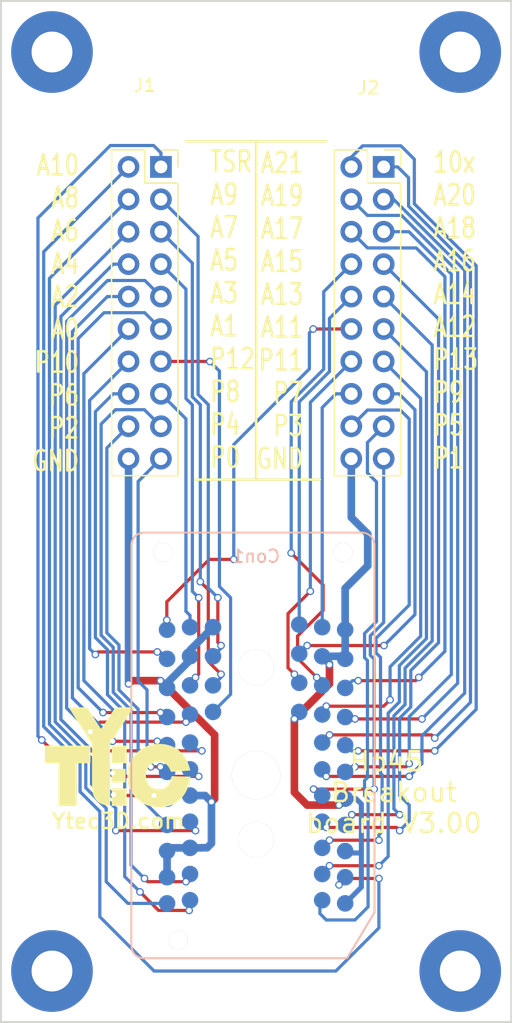
<source format=kicad_pcb>
(kicad_pcb (version 4) (host pcbnew 4.0.6)

  (general
    (links 53)
    (no_connects 1)
    (area 72.657143 18.825 127.342858 101.275)
    (thickness 1.6)
    (drawings 13)
    (tracks 515)
    (zones 0)
    (modules 8)
    (nets 40)
  )

  (page A4)
  (layers
    (0 F.Cu signal)
    (31 B.Cu signal)
    (32 B.Adhes user)
    (33 F.Adhes user)
    (34 B.Paste user)
    (35 F.Paste user)
    (36 B.SilkS user)
    (37 F.SilkS user)
    (38 B.Mask user)
    (39 F.Mask user)
    (40 Dwgs.User user)
    (41 Cmts.User user)
    (42 Eco1.User user)
    (43 Eco2.User user)
    (44 Edge.Cuts user)
    (45 Margin user)
    (46 B.CrtYd user)
    (47 F.CrtYd user)
    (48 B.Fab user)
    (49 F.Fab user hide)
  )

  (setup
    (last_trace_width 0.25)
    (trace_clearance 0.2)
    (zone_clearance 0.508)
    (zone_45_only no)
    (trace_min 0.2)
    (segment_width 0.2)
    (edge_width 0.15)
    (via_size 0.6)
    (via_drill 0.4)
    (via_min_size 0.4)
    (via_min_drill 0.3)
    (uvia_size 0.3)
    (uvia_drill 0.1)
    (uvias_allowed no)
    (uvia_min_size 0.2)
    (uvia_min_drill 0.1)
    (pcb_text_width 0.3)
    (pcb_text_size 1.5 1.5)
    (mod_edge_width 0.15)
    (mod_text_size 1 1)
    (mod_text_width 0.15)
    (pad_size 1.5 1.5)
    (pad_drill 1.5)
    (pad_to_mask_clearance 0.2)
    (aux_axis_origin 0 0)
    (visible_elements 7FFFFFFF)
    (pcbplotparams
      (layerselection 0x010f0_80000001)
      (usegerberextensions true)
      (excludeedgelayer true)
      (linewidth 0.100000)
      (plotframeref false)
      (viasonmask false)
      (mode 1)
      (useauxorigin false)
      (hpglpennumber 1)
      (hpglpenspeed 20)
      (hpglpendiameter 15)
      (hpglpenoverlay 2)
      (psnegative false)
      (psa4output false)
      (plotreference true)
      (plotvalue true)
      (plotinvisibletext false)
      (padsonsilk false)
      (subtractmaskfromsilk false)
      (outputformat 1)
      (mirror false)
      (drillshape 0)
      (scaleselection 1)
      (outputdirectory Gerber/))
  )

  (net 0 "")
  (net 1 /A8)
  (net 2 /P6)
  (net 3 /P12)
  (net 4 /HGND)
  (net 5 /P5)
  (net 6 /A10)
  (net 7 /A14)
  (net 8 /A18)
  (net 9 /A21)
  (net 10 /A19)
  (net 11 /A17)
  (net 12 /A12)
  (net 13 /P3)
  (net 14 /A16)
  (net 15 /P1)
  (net 16 /A20)
  (net 17 /10X)
  (net 18 /P13)
  (net 19 /A15)
  (net 20 /P7)
  (net 21 /P11)
  (net 22 /P9)
  (net 23 /A13)
  (net 24 /A7)
  (net 25 /A9)
  (net 26 /P2)
  (net 27 /A4)
  (net 28 /P0)
  (net 29 /A0)
  (net 30 /A1)
  (net 31 /P10)
  (net 32 /A11)
  (net 33 /P4)
  (net 34 /A6)
  (net 35 /A2)
  (net 36 /TSR)
  (net 37 /A3)
  (net 38 /A5)
  (net 39 /P8)

  (net_class Default "This is the default net class."
    (clearance 0.2)
    (trace_width 0.25)
    (via_dia 0.6)
    (via_drill 0.4)
    (uvia_dia 0.3)
    (uvia_drill 0.1)
    (add_net /10X)
    (add_net /A0)
    (add_net /A1)
    (add_net /A10)
    (add_net /A11)
    (add_net /A12)
    (add_net /A13)
    (add_net /A14)
    (add_net /A15)
    (add_net /A16)
    (add_net /A17)
    (add_net /A18)
    (add_net /A19)
    (add_net /A2)
    (add_net /A20)
    (add_net /A21)
    (add_net /A3)
    (add_net /A4)
    (add_net /A5)
    (add_net /A6)
    (add_net /A7)
    (add_net /A8)
    (add_net /A9)
    (add_net /HGND)
    (add_net /P0)
    (add_net /P1)
    (add_net /P10)
    (add_net /P11)
    (add_net /P12)
    (add_net /P13)
    (add_net /P2)
    (add_net /P3)
    (add_net /P4)
    (add_net /P5)
    (add_net /P6)
    (add_net /P7)
    (add_net /P8)
    (add_net /P9)
    (add_net /TSR)
  )

  (module Mounting_Holes:MountingHole_3.2mm_M3_Pad (layer F.Cu) (tedit 5AB89627) (tstamp 5AB3EA0C)
    (at 116 96)
    (descr "Mounting Hole 3.2mm, M3")
    (tags "mounting hole 3.2mm m3")
    (attr virtual)
    (fp_text reference REF** (at 0 -4.2) (layer F.SilkS) hide
      (effects (font (size 1 1) (thickness 0.15)))
    )
    (fp_text value MountingHole_3.2mm_M3_Pad (at 0 4.2) (layer F.Fab)
      (effects (font (size 1 1) (thickness 0.15)))
    )
    (fp_text user %R (at 0.3 0) (layer F.Fab)
      (effects (font (size 1 1) (thickness 0.15)))
    )
    (fp_circle (center 0 0) (end 3.2 0) (layer Cmts.User) (width 0.15))
    (fp_circle (center 0 0) (end 3.45 0) (layer F.CrtYd) (width 0.05))
    (pad 1 thru_hole circle (at 0 0) (size 6.4 6.4) (drill 3.2) (layers *.Cu *.Mask))
  )

  (module Mounting_Holes:MountingHole_3.2mm_M3_Pad (layer F.Cu) (tedit 5AB8962A) (tstamp 5AB3EA05)
    (at 84 96)
    (descr "Mounting Hole 3.2mm, M3")
    (tags "mounting hole 3.2mm m3")
    (attr virtual)
    (fp_text reference REF** (at 0 -4.2) (layer F.SilkS) hide
      (effects (font (size 1 1) (thickness 0.15)))
    )
    (fp_text value MountingHole_3.2mm_M3_Pad (at 0 4.2) (layer F.Fab)
      (effects (font (size 1 1) (thickness 0.15)))
    )
    (fp_text user %R (at 0.3 0) (layer F.Fab)
      (effects (font (size 1 1) (thickness 0.15)))
    )
    (fp_circle (center 0 0) (end 3.2 0) (layer Cmts.User) (width 0.15))
    (fp_circle (center 0 0) (end 3.45 0) (layer F.CrtYd) (width 0.05))
    (pad 1 thru_hole circle (at 0 0) (size 6.4 6.4) (drill 3.2) (layers *.Cu *.Mask))
  )

  (module Mounting_Holes:MountingHole_3.2mm_M3_Pad (layer F.Cu) (tedit 5AB89630) (tstamp 5AB3E9FE)
    (at 84 24)
    (descr "Mounting Hole 3.2mm, M3")
    (tags "mounting hole 3.2mm m3")
    (attr virtual)
    (fp_text reference REF** (at 0 -4.2) (layer F.SilkS) hide
      (effects (font (size 1 1) (thickness 0.15)))
    )
    (fp_text value MountingHole_3.2mm_M3_Pad (at 0 4.2) (layer F.Fab)
      (effects (font (size 1 1) (thickness 0.15)))
    )
    (fp_text user %R (at 0.3 0) (layer F.Fab)
      (effects (font (size 1 1) (thickness 0.15)))
    )
    (fp_circle (center 0 0) (end 3.2 0) (layer Cmts.User) (width 0.15))
    (fp_circle (center 0 0) (end 3.45 0) (layer F.CrtYd) (width 0.05))
    (pad 1 thru_hole circle (at 0 0) (size 6.4 6.4) (drill 3.2) (layers *.Cu *.Mask))
  )

  (module Electronics:HP45_SMD_connector (layer B.Cu) (tedit 5AB4AF7C) (tstamp 5AB3E85A)
    (at 100 95 180)
    (path /5AB3E7C4)
    (fp_text reference Con1 (at 0 31.5 180) (layer B.SilkS)
      (effects (font (size 1 1) (thickness 0.15)) (justify mirror))
    )
    (fp_text value HP45_connector (at 0.5 28.5 180) (layer B.Fab)
      (effects (font (size 1 1) (thickness 0.15)) (justify mirror))
    )
    (fp_arc (start -8.28 32.35) (end -9.28 32.35) (angle -90) (layer B.SilkS) (width 0.15))
    (fp_arc (start 8.78 1) (end 8.78 0) (angle 90) (layer B.SilkS) (width 0.15))
    (fp_arc (start 8.78 32.35) (end 9.78 32.35) (angle 90) (layer B.SilkS) (width 0.15))
    (fp_line (start -9.28 3.6) (end -7.13 0) (layer B.SilkS) (width 0.15))
    (fp_line (start -7.13 0) (end 8.78 0) (layer B.SilkS) (width 0.15))
    (fp_line (start 9.78 1) (end 9.78 32.35) (layer B.SilkS) (width 0.15))
    (fp_line (start 8.78 33.35) (end -8.28 33.35) (layer B.SilkS) (width 0.15))
    (fp_line (start -9.28 32.35) (end -9.28 3.6) (layer B.SilkS) (width 0.15))
    (pad "" thru_hole oval (at 7.3 31.8 180) (size 1.5 1.5) (drill oval 1.5) (layers *.Cu *.Mask))
    (pad "" thru_hole oval (at -6.8 31.8 180) (size 1.5 1.5) (drill oval 1.5) (layers *.Cu *.Mask))
    (pad "" thru_hole circle (at 0 22.8 180) (size 2.8 2.8) (drill 2.8) (layers *.Cu *.Mask))
    (pad "" thru_hole circle (at 0 14.35 180) (size 3.8 3.8) (drill 3.8) (layers *.Cu *.Mask))
    (pad 1 smd circle (at 6.98 4.3 180) (size 1.3 1.3) (layers B.Cu B.Paste B.Mask)
      (net 1 /A8))
    (pad 3 smd circle (at 5.18 4.55 180) (size 1.3 1.3) (layers B.Cu B.Paste B.Mask)
      (net 2 /P6))
    (pad 33 smd circle (at 3.38 19.3 180) (size 1.3 1.3) (layers B.Cu B.Paste B.Mask)
      (net 3 /P12))
    (pad 2 smd circle (at -6.98 4.3 180) (size 1.3 1.3) (layers B.Cu B.Paste B.Mask)
      (net 4 /HGND))
    (pad 4 smd circle (at -5.18 4.55 180) (size 1.3 1.3) (layers B.Cu B.Paste B.Mask)
      (net 5 /P5))
    (pad 6 smd circle (at -6.98 6.35 180) (size 1.3 1.3) (layers B.Cu B.Paste B.Mask)
      (net 6 /A10))
    (pad 10 smd circle (at -6.98 8.4 180) (size 1.3 1.3) (layers B.Cu B.Paste B.Mask)
      (net 4 /HGND))
    (pad 14 smd circle (at -6.98 10.45 180) (size 1.3 1.3) (layers B.Cu B.Paste B.Mask)
      (net 7 /A14))
    (pad 18 smd circle (at -6.98 12.5 180) (size 1.3 1.3) (layers B.Cu B.Paste B.Mask)
      (net 4 /HGND))
    (pad 22 smd circle (at -6.98 14.6 180) (size 1.3 1.3) (layers B.Cu B.Paste B.Mask)
      (net 8 /A18))
    (pad 26 smd circle (at -6.98 16.7 180) (size 1.3 1.3) (layers B.Cu B.Paste B.Mask)
      (net 9 /A21))
    (pad 30 smd circle (at -6.98 18.9 180) (size 1.3 1.3) (layers B.Cu B.Paste B.Mask)
      (net 10 /A19))
    (pad 36 smd circle (at -6.98 21.18 180) (size 1.3 1.3) (layers B.Cu B.Paste B.Mask)
      (net 11 /A17))
    (pad 42 smd circle (at -6.98 23.46 180) (size 1.3 1.3) (layers B.Cu B.Paste B.Mask)
      (net 4 /HGND))
    (pad 48 smd circle (at -6.98 25.74 180) (size 1.3 1.3) (layers B.Cu B.Paste B.Mask)
      (net 4 /HGND))
    (pad 8 smd circle (at -5.18 6.6 180) (size 1.3 1.3) (layers B.Cu B.Paste B.Mask)
      (net 12 /A12))
    (pad 12 smd circle (at -5.18 8.65 180) (size 1.3 1.3) (layers B.Cu B.Paste B.Mask)
      (net 13 /P3))
    (pad 16 smd circle (at -5.18 10.7 180) (size 1.3 1.3) (layers B.Cu B.Paste B.Mask)
      (net 14 /A16))
    (pad 20 smd circle (at -5.18 12.75 180) (size 1.3 1.3) (layers B.Cu B.Paste B.Mask)
      (net 15 /P1))
    (pad 24 smd circle (at -5.18 14.8 180) (size 1.3 1.3) (layers B.Cu B.Paste B.Mask)
      (net 16 /A20))
    (pad 28 smd circle (at -5.18 16.9 180) (size 1.3 1.3) (layers B.Cu B.Paste B.Mask)
      (net 17 /10X))
    (pad 32 smd circle (at -5.18 19.1 180) (size 1.3 1.3) (layers B.Cu B.Paste B.Mask)
      (net 18 /P13))
    (pad 38 smd circle (at -5.18 21.38 180) (size 1.3 1.3) (layers B.Cu B.Paste B.Mask)
      (net 19 /A15))
    (pad 44 smd circle (at -5.18 23.66 180) (size 1.3 1.3) (layers B.Cu B.Paste B.Mask)
      (net 4 /HGND))
    (pad 50 smd circle (at -5.18 25.94 180) (size 1.3 1.3) (layers B.Cu B.Paste B.Mask)
      (net 20 /P7))
    (pad 34 smd circle (at -3.38 19.3 180) (size 1.3 1.3) (layers B.Cu B.Paste B.Mask)
      (net 4 /HGND))
    (pad 40 smd circle (at -3.38 21.58 180) (size 1.3 1.3) (layers B.Cu B.Paste B.Mask)
      (net 21 /P11))
    (pad 46 smd circle (at -3.38 23.86 180) (size 1.3 1.3) (layers B.Cu B.Paste B.Mask)
      (net 22 /P9))
    (pad 52 smd circle (at -3.38 26.14 180) (size 1.3 1.3) (layers B.Cu B.Paste B.Mask)
      (net 23 /A13))
    (pad 39 smd circle (at 3.38 21.38 180) (size 1.3 1.3) (layers B.Cu B.Paste B.Mask)
      (net 24 /A7))
    (pad 45 smd circle (at 3.38 23.66 180) (size 1.3 1.3) (layers B.Cu B.Paste B.Mask)
      (net 25 /A9))
    (pad 51 smd circle (at 3.38 25.94 180) (size 1.3 1.3) (layers B.Cu B.Paste B.Mask)
      (net 4 /HGND))
    (pad 5 smd circle (at 6.98 6.35 180) (size 1.3 1.3) (layers B.Cu B.Paste B.Mask)
      (net 4 /HGND))
    (pad 9 smd circle (at 6.98 8.4 180) (size 1.3 1.3) (layers B.Cu B.Paste B.Mask)
      (net 4 /HGND))
    (pad 13 smd circle (at 6.98 10.45 180) (size 1.3 1.3) (layers B.Cu B.Paste B.Mask)
      (net 26 /P2))
    (pad 17 smd circle (at 6.98 12.5 180) (size 1.3 1.3) (layers B.Cu B.Paste B.Mask)
      (net 27 /A4))
    (pad 21 smd circle (at 6.98 14.6 180) (size 1.3 1.3) (layers B.Cu B.Paste B.Mask)
      (net 28 /P0))
    (pad 25 smd circle (at 6.98 16.7 180) (size 1.3 1.3) (layers B.Cu B.Paste B.Mask)
      (net 29 /A0))
    (pad 29 smd circle (at 6.98 18.9 180) (size 1.3 1.3) (layers B.Cu B.Paste B.Mask)
      (net 30 /A1))
    (pad 35 smd circle (at 6.98 21.18 180) (size 1.3 1.3) (layers B.Cu B.Paste B.Mask)
      (net 4 /HGND))
    (pad 41 smd circle (at 6.98 23.46 180) (size 1.3 1.3) (layers B.Cu B.Paste B.Mask)
      (net 31 /P10))
    (pad 47 smd circle (at 6.98 25.74 180) (size 1.3 1.3) (layers B.Cu B.Paste B.Mask)
      (net 32 /A11))
    (pad 7 smd circle (at 5.18 6.6 180) (size 1.3 1.3) (layers B.Cu B.Paste B.Mask)
      (net 33 /P4))
    (pad 11 smd circle (at 5.18 8.65 180) (size 1.3 1.3) (layers B.Cu B.Paste B.Mask)
      (net 4 /HGND))
    (pad 15 smd circle (at 5.18 10.7 180) (size 1.3 1.3) (layers B.Cu B.Paste B.Mask)
      (net 34 /A6))
    (pad 19 smd circle (at 5.18 12.75 180) (size 1.3 1.3) (layers B.Cu B.Paste B.Mask)
      (net 4 /HGND))
    (pad 23 smd circle (at 5.18 14.8 180) (size 1.3 1.3) (layers B.Cu B.Paste B.Mask)
      (net 35 /A2))
    (pad 27 smd circle (at 5.18 16.9 180) (size 1.3 1.3) (layers B.Cu B.Paste B.Mask)
      (net 36 /TSR))
    (pad 31 smd circle (at 5.18 19.1 180) (size 1.3 1.3) (layers B.Cu B.Paste B.Mask)
      (net 37 /A3))
    (pad 37 smd circle (at 5.18 21.38 180) (size 1.3 1.3) (layers B.Cu B.Paste B.Mask)
      (net 38 /A5))
    (pad 43 smd circle (at 5.18 23.66 180) (size 1.3 1.3) (layers B.Cu B.Paste B.Mask)
      (net 4 /HGND))
    (pad 49 smd circle (at 5.18 25.94 180) (size 1.3 1.3) (layers B.Cu B.Paste B.Mask)
      (net 39 /P8))
    (pad "" thru_hole circle (at 0 9.3 180) (size 2.8 2.8) (drill 2.8) (layers *.Cu *.Mask))
    (pad "" thru_hole oval (at 6.1 1.4 180) (size 1.5 1.5) (drill oval 1.5) (layers *.Cu *.Mask))
    (model "E:/Games and Software/Eigen projecten/gereedschappen/Inkjet/HP45/Standalone V1.01/Electronics/HP45 Standalone V0.01 Controller/3D models/52180-h01 (body).wrl"
      (at (xyz 0 0.655 0))
      (scale (xyz 0.3937 0.3937 0.3937))
      (rotate (xyz -90 0 0))
    )
  )

  (module Socket_Strips:Socket_Strip_Straight_2x10_Pitch2.54mm (layer F.Cu) (tedit 58CD5449) (tstamp 5AB3E97C)
    (at 92.54 33)
    (descr "Through hole straight socket strip, 2x10, 2.54mm pitch, double rows")
    (tags "Through hole socket strip THT 2x10 2.54mm double row")
    (path /5AB3E92B)
    (fp_text reference J1 (at -1.27 -6.4) (layer F.SilkS)
      (effects (font (size 1 1) (thickness 0.15)))
    )
    (fp_text value CONN_02X10 (at -1.27 25.19) (layer F.Fab)
      (effects (font (size 1 1) (thickness 0.15)))
    )
    (fp_line (start -3.81 -1.27) (end -3.81 24.13) (layer F.Fab) (width 0.1))
    (fp_line (start -3.81 24.13) (end 1.27 24.13) (layer F.Fab) (width 0.1))
    (fp_line (start 1.27 24.13) (end 1.27 -1.27) (layer F.Fab) (width 0.1))
    (fp_line (start 1.27 -1.27) (end -3.81 -1.27) (layer F.Fab) (width 0.1))
    (fp_line (start 1.33 1.27) (end 1.33 24.19) (layer F.SilkS) (width 0.12))
    (fp_line (start 1.33 24.19) (end -3.87 24.19) (layer F.SilkS) (width 0.12))
    (fp_line (start -3.87 24.19) (end -3.87 -1.33) (layer F.SilkS) (width 0.12))
    (fp_line (start -3.87 -1.33) (end -1.27 -1.33) (layer F.SilkS) (width 0.12))
    (fp_line (start -1.27 -1.33) (end -1.27 1.27) (layer F.SilkS) (width 0.12))
    (fp_line (start -1.27 1.27) (end 1.33 1.27) (layer F.SilkS) (width 0.12))
    (fp_line (start 1.33 0) (end 1.33 -1.33) (layer F.SilkS) (width 0.12))
    (fp_line (start 1.33 -1.33) (end 0.06 -1.33) (layer F.SilkS) (width 0.12))
    (fp_line (start -4.35 -1.8) (end -4.35 24.65) (layer F.CrtYd) (width 0.05))
    (fp_line (start -4.35 24.65) (end 1.8 24.65) (layer F.CrtYd) (width 0.05))
    (fp_line (start 1.8 24.65) (end 1.8 -1.8) (layer F.CrtYd) (width 0.05))
    (fp_line (start 1.8 -1.8) (end -4.35 -1.8) (layer F.CrtYd) (width 0.05))
    (fp_text user %R (at -1.27 -2.33) (layer F.Fab)
      (effects (font (size 1 1) (thickness 0.15)))
    )
    (pad 1 thru_hole rect (at 0 0) (size 1.7 1.7) (drill 1) (layers *.Cu *.Mask)
      (net 36 /TSR))
    (pad 2 thru_hole oval (at -2.54 0) (size 1.7 1.7) (drill 1) (layers *.Cu *.Mask)
      (net 6 /A10))
    (pad 3 thru_hole oval (at 0 2.54) (size 1.7 1.7) (drill 1) (layers *.Cu *.Mask)
      (net 25 /A9))
    (pad 4 thru_hole oval (at -2.54 2.54) (size 1.7 1.7) (drill 1) (layers *.Cu *.Mask)
      (net 1 /A8))
    (pad 5 thru_hole oval (at 0 5.08) (size 1.7 1.7) (drill 1) (layers *.Cu *.Mask)
      (net 24 /A7))
    (pad 6 thru_hole oval (at -2.54 5.08) (size 1.7 1.7) (drill 1) (layers *.Cu *.Mask)
      (net 34 /A6))
    (pad 7 thru_hole oval (at 0 7.62) (size 1.7 1.7) (drill 1) (layers *.Cu *.Mask)
      (net 38 /A5))
    (pad 8 thru_hole oval (at -2.54 7.62) (size 1.7 1.7) (drill 1) (layers *.Cu *.Mask)
      (net 27 /A4))
    (pad 9 thru_hole oval (at 0 10.16) (size 1.7 1.7) (drill 1) (layers *.Cu *.Mask)
      (net 37 /A3))
    (pad 10 thru_hole oval (at -2.54 10.16) (size 1.7 1.7) (drill 1) (layers *.Cu *.Mask)
      (net 35 /A2))
    (pad 11 thru_hole oval (at 0 12.7) (size 1.7 1.7) (drill 1) (layers *.Cu *.Mask)
      (net 30 /A1))
    (pad 12 thru_hole oval (at -2.54 12.7) (size 1.7 1.7) (drill 1) (layers *.Cu *.Mask)
      (net 29 /A0))
    (pad 13 thru_hole oval (at 0 15.24) (size 1.7 1.7) (drill 1) (layers *.Cu *.Mask)
      (net 3 /P12))
    (pad 14 thru_hole oval (at -2.54 15.24) (size 1.7 1.7) (drill 1) (layers *.Cu *.Mask)
      (net 31 /P10))
    (pad 15 thru_hole oval (at 0 17.78) (size 1.7 1.7) (drill 1) (layers *.Cu *.Mask)
      (net 39 /P8))
    (pad 16 thru_hole oval (at -2.54 17.78) (size 1.7 1.7) (drill 1) (layers *.Cu *.Mask)
      (net 2 /P6))
    (pad 17 thru_hole oval (at 0 20.32) (size 1.7 1.7) (drill 1) (layers *.Cu *.Mask)
      (net 33 /P4))
    (pad 18 thru_hole oval (at -2.54 20.32) (size 1.7 1.7) (drill 1) (layers *.Cu *.Mask)
      (net 26 /P2))
    (pad 19 thru_hole oval (at 0 22.86) (size 1.7 1.7) (drill 1) (layers *.Cu *.Mask)
      (net 28 /P0))
    (pad 20 thru_hole oval (at -2.54 22.86) (size 1.7 1.7) (drill 1) (layers *.Cu *.Mask)
      (net 4 /HGND))
    (model ${KISYS3DMOD}/Socket_Strips.3dshapes/Socket_Strip_Straight_2x10_Pitch2.54mm.wrl
      (at (xyz -0.05 -0.45 0))
      (scale (xyz 1 1 1))
      (rotate (xyz 0 0 270))
    )
  )

  (module Socket_Strips:Socket_Strip_Straight_2x10_Pitch2.54mm (layer F.Cu) (tedit 58CD5449) (tstamp 5AB3E9AA)
    (at 110 33)
    (descr "Through hole straight socket strip, 2x10, 2.54mm pitch, double rows")
    (tags "Through hole socket strip THT 2x10 2.54mm double row")
    (path /5AB3E956)
    (fp_text reference J2 (at -1.2 -6.2) (layer F.SilkS)
      (effects (font (size 1 1) (thickness 0.15)))
    )
    (fp_text value CONN_02X10 (at -1.27 25.19) (layer F.Fab)
      (effects (font (size 1 1) (thickness 0.15)))
    )
    (fp_line (start -3.81 -1.27) (end -3.81 24.13) (layer F.Fab) (width 0.1))
    (fp_line (start -3.81 24.13) (end 1.27 24.13) (layer F.Fab) (width 0.1))
    (fp_line (start 1.27 24.13) (end 1.27 -1.27) (layer F.Fab) (width 0.1))
    (fp_line (start 1.27 -1.27) (end -3.81 -1.27) (layer F.Fab) (width 0.1))
    (fp_line (start 1.33 1.27) (end 1.33 24.19) (layer F.SilkS) (width 0.12))
    (fp_line (start 1.33 24.19) (end -3.87 24.19) (layer F.SilkS) (width 0.12))
    (fp_line (start -3.87 24.19) (end -3.87 -1.33) (layer F.SilkS) (width 0.12))
    (fp_line (start -3.87 -1.33) (end -1.27 -1.33) (layer F.SilkS) (width 0.12))
    (fp_line (start -1.27 -1.33) (end -1.27 1.27) (layer F.SilkS) (width 0.12))
    (fp_line (start -1.27 1.27) (end 1.33 1.27) (layer F.SilkS) (width 0.12))
    (fp_line (start 1.33 0) (end 1.33 -1.33) (layer F.SilkS) (width 0.12))
    (fp_line (start 1.33 -1.33) (end 0.06 -1.33) (layer F.SilkS) (width 0.12))
    (fp_line (start -4.35 -1.8) (end -4.35 24.65) (layer F.CrtYd) (width 0.05))
    (fp_line (start -4.35 24.65) (end 1.8 24.65) (layer F.CrtYd) (width 0.05))
    (fp_line (start 1.8 24.65) (end 1.8 -1.8) (layer F.CrtYd) (width 0.05))
    (fp_line (start 1.8 -1.8) (end -4.35 -1.8) (layer F.CrtYd) (width 0.05))
    (fp_text user %R (at -1.27 -2.33) (layer F.Fab)
      (effects (font (size 1 1) (thickness 0.15)))
    )
    (pad 1 thru_hole rect (at 0 0) (size 1.7 1.7) (drill 1) (layers *.Cu *.Mask)
      (net 17 /10X))
    (pad 2 thru_hole oval (at -2.54 0) (size 1.7 1.7) (drill 1) (layers *.Cu *.Mask)
      (net 9 /A21))
    (pad 3 thru_hole oval (at 0 2.54) (size 1.7 1.7) (drill 1) (layers *.Cu *.Mask)
      (net 16 /A20))
    (pad 4 thru_hole oval (at -2.54 2.54) (size 1.7 1.7) (drill 1) (layers *.Cu *.Mask)
      (net 10 /A19))
    (pad 5 thru_hole oval (at 0 5.08) (size 1.7 1.7) (drill 1) (layers *.Cu *.Mask)
      (net 8 /A18))
    (pad 6 thru_hole oval (at -2.54 5.08) (size 1.7 1.7) (drill 1) (layers *.Cu *.Mask)
      (net 11 /A17))
    (pad 7 thru_hole oval (at 0 7.62) (size 1.7 1.7) (drill 1) (layers *.Cu *.Mask)
      (net 14 /A16))
    (pad 8 thru_hole oval (at -2.54 7.62) (size 1.7 1.7) (drill 1) (layers *.Cu *.Mask)
      (net 19 /A15))
    (pad 9 thru_hole oval (at 0 10.16) (size 1.7 1.7) (drill 1) (layers *.Cu *.Mask)
      (net 7 /A14))
    (pad 10 thru_hole oval (at -2.54 10.16) (size 1.7 1.7) (drill 1) (layers *.Cu *.Mask)
      (net 23 /A13))
    (pad 11 thru_hole oval (at 0 12.7) (size 1.7 1.7) (drill 1) (layers *.Cu *.Mask)
      (net 12 /A12))
    (pad 12 thru_hole oval (at -2.54 12.7) (size 1.7 1.7) (drill 1) (layers *.Cu *.Mask)
      (net 32 /A11))
    (pad 13 thru_hole oval (at 0 15.24) (size 1.7 1.7) (drill 1) (layers *.Cu *.Mask)
      (net 18 /P13))
    (pad 14 thru_hole oval (at -2.54 15.24) (size 1.7 1.7) (drill 1) (layers *.Cu *.Mask)
      (net 21 /P11))
    (pad 15 thru_hole oval (at 0 17.78) (size 1.7 1.7) (drill 1) (layers *.Cu *.Mask)
      (net 22 /P9))
    (pad 16 thru_hole oval (at -2.54 17.78) (size 1.7 1.7) (drill 1) (layers *.Cu *.Mask)
      (net 20 /P7))
    (pad 17 thru_hole oval (at 0 20.32) (size 1.7 1.7) (drill 1) (layers *.Cu *.Mask)
      (net 5 /P5))
    (pad 18 thru_hole oval (at -2.54 20.32) (size 1.7 1.7) (drill 1) (layers *.Cu *.Mask)
      (net 13 /P3))
    (pad 19 thru_hole oval (at 0 22.86) (size 1.7 1.7) (drill 1) (layers *.Cu *.Mask)
      (net 15 /P1))
    (pad 20 thru_hole oval (at -2.54 22.86) (size 1.7 1.7) (drill 1) (layers *.Cu *.Mask)
      (net 4 /HGND))
    (model ${KISYS3DMOD}/Socket_Strips.3dshapes/Socket_Strip_Straight_2x10_Pitch2.54mm.wrl
      (at (xyz -0.05 -0.45 0))
      (scale (xyz 1 1 1))
      (rotate (xyz 0 0 270))
    )
  )

  (module Mounting_Holes:MountingHole_3.2mm_M3_Pad (layer F.Cu) (tedit 5AB8962D) (tstamp 5AB3E9F6)
    (at 116 24)
    (descr "Mounting Hole 3.2mm, M3")
    (tags "mounting hole 3.2mm m3")
    (attr virtual)
    (fp_text reference REF** (at 0 -4.2) (layer F.SilkS) hide
      (effects (font (size 1 1) (thickness 0.15)))
    )
    (fp_text value MountingHole_3.2mm_M3_Pad (at 0 4.2) (layer F.Fab)
      (effects (font (size 1 1) (thickness 0.15)))
    )
    (fp_text user %R (at 0.3 0) (layer F.Fab)
      (effects (font (size 1 1) (thickness 0.15)))
    )
    (fp_circle (center 0 0) (end 3.2 0) (layer Cmts.User) (width 0.15))
    (fp_circle (center 0 0) (end 3.45 0) (layer F.CrtYd) (width 0.05))
    (pad 1 thru_hole circle (at 0 0) (size 6.4 6.4) (drill 3.2) (layers *.Cu *.Mask))
  )

  (module Electronics:Ytec_Logo (layer F.Cu) (tedit 0) (tstamp 5AB4AD4F)
    (at 89.15 79.25)
    (fp_text reference G*** (at 0 0) (layer F.SilkS) hide
      (effects (font (thickness 0.3)))
    )
    (fp_text value LOGO (at 0.75 0) (layer F.SilkS) hide
      (effects (font (thickness 0.3)))
    )
    (fp_poly (pts (xy 3.46076 -1.033035) (xy 3.718622 -1.002335) (xy 3.958424 -0.951507) (xy 4.182939 -0.879464)
      (xy 4.394939 -0.785119) (xy 4.597196 -0.667384) (xy 4.792483 -0.525172) (xy 4.826558 -0.497348)
      (xy 5.005716 -0.331297) (xy 5.166048 -0.145912) (xy 5.307935 0.05944) (xy 5.431754 0.285389)
      (xy 5.537884 0.532569) (xy 5.626704 0.801613) (xy 5.645551 0.869746) (xy 5.662028 0.933178)
      (xy 5.674836 0.985776) (xy 5.682709 1.022094) (xy 5.684381 1.036688) (xy 5.684366 1.036703)
      (xy 5.669789 1.038411) (xy 5.62979 1.04172) (xy 5.567114 1.046435) (xy 5.484502 1.052364)
      (xy 5.3847 1.059312) (xy 5.270449 1.067087) (xy 5.144494 1.075494) (xy 5.009579 1.084341)
      (xy 5.002389 1.084808) (xy 4.864127 1.093855) (xy 4.732249 1.102615) (xy 4.609886 1.110871)
      (xy 4.500166 1.118405) (xy 4.406221 1.125001) (xy 4.331179 1.130441) (xy 4.278169 1.134508)
      (xy 4.250922 1.13692) (xy 4.20648 1.140342) (xy 4.1822 1.13703) (xy 4.170487 1.125371)
      (xy 4.168055 1.119328) (xy 4.098454 0.945747) (xy 4.015049 0.793177) (xy 3.918841 0.662905)
      (xy 3.810829 0.556222) (xy 3.692013 0.474416) (xy 3.651591 0.453568) (xy 3.560259 0.413396)
      (xy 3.478647 0.386165) (xy 3.396897 0.369772) (xy 3.305152 0.362111) (xy 3.217334 0.36086)
      (xy 3.046067 0.373691) (xy 2.889263 0.410579) (xy 2.745757 0.47208) (xy 2.614383 0.558751)
      (xy 2.493977 0.671148) (xy 2.442508 0.730954) (xy 2.352874 0.86375) (xy 2.284112 1.011671)
      (xy 2.236513 1.170533) (xy 2.210363 1.336154) (xy 2.205954 1.504349) (xy 2.223574 1.670935)
      (xy 2.263512 1.831729) (xy 2.326056 1.982547) (xy 2.352667 2.031056) (xy 2.405976 2.10839)
      (xy 2.475709 2.190259) (xy 2.554089 2.26872) (xy 2.633337 2.335833) (xy 2.688302 2.373725)
      (xy 2.825034 2.440808) (xy 2.973538 2.485696) (xy 3.12918 2.508537) (xy 3.287323 2.509483)
      (xy 3.443334 2.488683) (xy 3.592575 2.446286) (xy 3.730413 2.382443) (xy 3.800331 2.33778)
      (xy 3.912058 2.24293) (xy 4.006059 2.129881) (xy 4.083205 1.997112) (xy 4.144367 1.843104)
      (xy 4.190414 1.666336) (xy 4.193544 1.650797) (xy 4.224986 1.491437) (xy 4.627799 1.500723)
      (xy 4.755443 1.503726) (xy 4.895381 1.507122) (xy 5.038817 1.510691) (xy 5.176956 1.514212)
      (xy 5.301002 1.517465) (xy 5.365564 1.519211) (xy 5.700517 1.528415) (xy 5.692307 1.58618)
      (xy 5.674478 1.694603) (xy 5.650254 1.817701) (xy 5.621736 1.946328) (xy 5.591023 2.071337)
      (xy 5.560216 2.183582) (xy 5.540639 2.246872) (xy 5.443016 2.504622) (xy 5.32654 2.742234)
      (xy 5.191544 2.959304) (xy 5.038362 3.15543) (xy 4.867326 3.330206) (xy 4.67877 3.48323)
      (xy 4.473026 3.614097) (xy 4.367389 3.669351) (xy 4.156032 3.759149) (xy 3.931187 3.82807)
      (xy 3.689808 3.876967) (xy 3.563056 3.894048) (xy 3.474013 3.901276) (xy 3.365824 3.905496)
      (xy 3.246781 3.906787) (xy 3.125178 3.905226) (xy 3.009309 3.90089) (xy 2.907466 3.893857)
      (xy 2.849139 3.887393) (xy 2.595862 3.841561) (xy 2.360184 3.774958) (xy 2.139391 3.686238)
      (xy 1.930774 3.574052) (xy 1.73162 3.437056) (xy 1.539218 3.2739) (xy 1.459551 3.197031)
      (xy 1.299509 3.024762) (xy 1.164365 2.851606) (xy 1.051071 2.672744) (xy 0.956578 2.483355)
      (xy 0.877838 2.278617) (xy 0.876818 2.275576) (xy 0.813205 2.044344) (xy 0.771813 1.800626)
      (xy 0.752628 1.549318) (xy 0.755635 1.295313) (xy 0.78082 1.043506) (xy 0.828168 0.798791)
      (xy 0.881838 0.611879) (xy 0.972678 0.383503) (xy 1.089963 0.163461) (xy 1.232792 -0.046878)
      (xy 1.400261 -0.246144) (xy 1.540701 -0.38677) (xy 1.740893 -0.554526) (xy 1.955272 -0.698227)
      (xy 2.182615 -0.817463) (xy 2.421698 -0.911819) (xy 2.671295 -0.980885) (xy 2.930184 -1.024249)
      (xy 3.197139 -1.041497) (xy 3.46076 -1.033035)) (layer F.SilkS) (width 0.01))
    (fp_poly (pts (xy -2.144888 0.465667) (xy -3.217333 0.465667) (xy -3.217333 3.81) (xy -4.628444 3.81)
      (xy -4.628444 0.465667) (xy -5.700888 0.465667) (xy -5.700888 -0.903111) (xy -2.144888 -0.903111)
      (xy -2.144888 0.465667)) (layer F.SilkS) (width 0.01))
    (fp_poly (pts (xy 0.669586 -3.90857) (xy 0.79767 -3.907973) (xy 0.914093 -3.907028) (xy 1.016165 -3.905777)
      (xy 1.101196 -3.904261) (xy 1.166493 -3.902519) (xy 1.209368 -3.900594) (xy 1.227128 -3.898525)
      (xy 1.22746 -3.898194) (xy 1.220032 -3.884357) (xy 1.198944 -3.849443) (xy 1.16585 -3.796084)
      (xy 1.122404 -3.726909) (xy 1.070259 -3.644549) (xy 1.011069 -3.551634) (xy 0.946488 -3.450795)
      (xy 0.932486 -3.429) (xy 0.876072 -3.341126) (xy 0.806468 -3.232536) (xy 0.725646 -3.106318)
      (xy 0.635582 -2.965557) (xy 0.538248 -2.813342) (xy 0.435617 -2.652759) (xy 0.329663 -2.486895)
      (xy 0.22236 -2.318837) (xy 0.115681 -2.151671) (xy 0.022526 -2.005623) (xy -0.592666 -1.040857)
      (xy -0.592666 1.384572) (xy -0.592703 1.701992) (xy -0.592817 1.99225) (xy -0.593017 2.256403)
      (xy -0.593311 2.49551) (xy -0.593706 2.710632) (xy -0.59421 2.902825) (xy -0.59483 3.07315)
      (xy -0.595575 3.222665) (xy -0.596451 3.35243) (xy -0.597467 3.463502) (xy -0.598631 3.556942)
      (xy -0.59995 3.633807) (xy -0.601431 3.695158) (xy -0.603084 3.742052) (xy -0.604914 3.775548)
      (xy -0.60693 3.796707) (xy -0.60914 3.806585) (xy -0.610305 3.807628) (xy -0.635032 3.804886)
      (xy -0.674142 3.801071) (xy -0.684388 3.800128) (xy -0.771445 3.788833) (xy -0.873084 3.770366)
      (xy -0.977363 3.747195) (xy -1.072343 3.721794) (xy -1.091833 3.715827) (xy -1.275844 3.644741)
      (xy -1.439583 3.554072) (xy -1.582842 3.44408) (xy -1.705416 3.315027) (xy -1.807099 3.167172)
      (xy -1.887685 3.000778) (xy -1.946969 2.816104) (xy -1.984744 2.613412) (xy -1.988775 2.579362)
      (xy -1.991331 2.540956) (xy -1.993664 2.47474) (xy -1.995769 2.381127) (xy -1.997643 2.260527)
      (xy -1.999282 2.113352) (xy -2.000685 1.940014) (xy -2.001846 1.740925) (xy -2.002763 1.516497)
      (xy -2.003433 1.26714) (xy -2.003851 0.993267) (xy -2.004015 0.702584) (xy -2.004252 -1.037166)
      (xy -2.680258 -2.0955) (xy -2.84017 -2.345885) (xy -2.985465 -2.573459) (xy -3.116751 -2.779177)
      (xy -3.234631 -2.963993) (xy -3.339712 -3.128863) (xy -3.432599 -3.27474) (xy -3.513896 -3.402581)
      (xy -3.58421 -3.513339) (xy -3.644145 -3.60797) (xy -3.694307 -3.687428) (xy -3.735301 -3.752668)
      (xy -3.767733 -3.804645) (xy -3.792207 -3.844314) (xy -3.80933 -3.872629) (xy -3.819706 -3.890545)
      (xy -3.823941 -3.899018) (xy -3.824111 -3.899772) (xy -3.810442 -3.901518) (xy -3.771202 -3.903142)
      (xy -3.709045 -3.904613) (xy -3.626621 -3.905899) (xy -3.526583 -3.906966) (xy -3.411582 -3.907782)
      (xy -3.28427 -3.908315) (xy -3.1473 -3.908533) (xy -3.107972 -3.908533) (xy -2.391833 -3.908289)
      (xy -2.178156 -3.566339) (xy -2.03555 -3.338236) (xy -1.907337 -3.133403) (xy -1.793058 -2.951114)
      (xy -1.692253 -2.790641) (xy -1.60446 -2.651258) (xy -1.529218 -2.532238) (xy -1.466068 -2.432855)
      (xy -1.414548 -2.352383) (xy -1.374198 -2.290094) (xy -1.344556 -2.245262) (xy -1.325164 -2.217161)
      (xy -1.315559 -2.205064) (xy -1.314701 -2.204474) (xy -1.305023 -2.215233) (xy -1.281007 -2.247678)
      (xy -1.243911 -2.299973) (xy -1.194992 -2.370285) (xy -1.135507 -2.456776) (xy -1.066713 -2.557612)
      (xy -0.989869 -2.670957) (xy -0.906231 -2.794975) (xy -0.817057 -2.927832) (xy -0.732378 -3.054534)
      (xy -0.162605 -3.908777) (xy 0.532531 -3.908777) (xy 0.669586 -3.90857)) (layer F.SilkS) (width 0.01))
    (fp_poly (pts (xy 0.705556 3.81) (xy -0.451555 3.81) (xy -0.451555 2.441223) (xy 0.705556 2.441223)
      (xy 0.705556 3.81)) (layer F.SilkS) (width 0.01))
    (fp_poly (pts (xy 0.606778 1.975556) (xy -0.451555 1.975556) (xy -0.451555 0.917223) (xy 0.606778 0.917223)
      (xy 0.606778 1.975556)) (layer F.SilkS) (width 0.01))
    (fp_poly (pts (xy 0.705556 0.465667) (xy -0.451555 0.465667) (xy -0.451555 -0.903111) (xy 0.705556 -0.903111)
      (xy 0.705556 0.465667)) (layer F.SilkS) (width 0.01))
  )

  (gr_line (start 94.5 31) (end 105.5 31) (layer F.SilkS) (width 0.2))
  (gr_line (start 100 57.5) (end 100 31) (layer F.SilkS) (width 0.2))
  (gr_line (start 95.25 57.5) (end 105 57.5) (layer F.SilkS) (width 0.2))
  (gr_text "A10\nA8\nA6\nA4\nA2\nA0\nP10\nP6\nP2\nGND" (at 86.25 44.45) (layer F.SilkS) (tstamp 5AB4AE2A)
    (effects (font (size 1.6 1.2) (thickness 0.2)) (justify right))
  )
  (gr_text "TSR\nA9\nA7\nA5\nA3\nA1\nP12\nP8\nP4\nP0" (at 96.275 44.175) (layer F.SilkS) (tstamp 5AB4ADF7)
    (effects (font (size 1.6 1.2) (thickness 0.2)) (justify left))
  )
  (gr_text "A21\nA19\nA17\nA15\nA13\nA11\nP11\nP7\nP3\nGND" (at 103.825 44.275) (layer F.SilkS) (tstamp 5AB4ADA5)
    (effects (font (size 1.6 1.2) (thickness 0.2)) (justify right))
  )
  (gr_text "10x\nA20\nA18\nA16\nA14\nA12\nP13\nP9\nP5\nP1" (at 113.775 44.225) (layer F.SilkS)
    (effects (font (size 1.6 1.2) (thickness 0.2)) (justify left))
  )
  (gr_text "Hp45 \nBreakout\nboard V3.00" (at 110.8 82) (layer F.SilkS)
    (effects (font (size 1.5 1.5) (thickness 0.2)))
  )
  (gr_text Ytec3D.com (at 89.2 84.25) (layer F.SilkS)
    (effects (font (size 1.2 1.2) (thickness 0.2)))
  )
  (gr_line (start 80 20) (end 80 100) (layer Edge.Cuts) (width 0.15))
  (gr_line (start 120 20) (end 80 20) (layer Edge.Cuts) (width 0.15))
  (gr_line (start 120 100) (end 120 20) (layer Edge.Cuts) (width 0.15))
  (gr_line (start 80 100) (end 120 100) (layer Edge.Cuts) (width 0.15))

  (segment (start 86.650011 81.650011) (end 88.25 83.25) (width 0.25) (layer B.Cu) (net 1))
  (segment (start 92.100762 90.7) (end 93.02 90.7) (width 0.25) (layer B.Cu) (net 1))
  (segment (start 89.95 90.7) (end 92.100762 90.7) (width 0.25) (layer B.Cu) (net 1))
  (segment (start 88.25 83.25) (end 88.25 89) (width 0.25) (layer B.Cu) (net 1))
  (segment (start 83.800022 76.663611) (end 86.650011 79.5136) (width 0.25) (layer B.Cu) (net 1))
  (segment (start 86.650011 79.5136) (end 86.650011 81.650011) (width 0.25) (layer B.Cu) (net 1))
  (segment (start 88.25 89) (end 89.95 90.7) (width 0.25) (layer B.Cu) (net 1))
  (segment (start 90 35.54) (end 83.800022 41.739978) (width 0.25) (layer B.Cu) (net 1))
  (segment (start 83.800022 41.739978) (end 83.800022 76.663611) (width 0.25) (layer B.Cu) (net 1))
  (segment (start 90.600001 89.500001) (end 90.9 89.8) (width 0.25) (layer B.Cu) (net 2))
  (segment (start 88.350002 70.824998) (end 88.350002 74.350002) (width 0.25) (layer B.Cu) (net 2))
  (segment (start 89.700001 88.600001) (end 90.600001 89.500001) (width 0.25) (layer B.Cu) (net 2))
  (segment (start 87.40011 69.875106) (end 88.350002 70.824998) (width 0.25) (layer B.Cu) (net 2))
  (segment (start 87.40011 52.177809) (end 87.40011 69.875106) (width 0.25) (layer B.Cu) (net 2))
  (segment (start 88.797919 50.78) (end 87.40011 52.177809) (width 0.25) (layer B.Cu) (net 2))
  (segment (start 89.700001 75.700001) (end 89.700001 88.600001) (width 0.25) (layer B.Cu) (net 2))
  (segment (start 90 50.78) (end 88.797919 50.78) (width 0.25) (layer B.Cu) (net 2))
  (segment (start 88.350002 74.350002) (end 89.700001 75.700001) (width 0.25) (layer B.Cu) (net 2))
  (segment (start 91.199999 90.099999) (end 90.9 89.8) (width 0.25) (layer F.Cu) (net 2))
  (segment (start 92.35 91.25) (end 91.199999 90.099999) (width 0.25) (layer F.Cu) (net 2))
  (segment (start 94.75 91.25) (end 92.35 91.25) (width 0.25) (layer F.Cu) (net 2))
  (via (at 90.9 89.8) (size 0.6) (drill 0.4) (layers F.Cu B.Cu) (net 2))
  (segment (start 94.75 91.25) (end 94.75 90.52) (width 0.25) (layer B.Cu) (net 2))
  (via (at 94.75 91.25) (size 0.6) (drill 0.4) (layers F.Cu B.Cu) (net 2))
  (segment (start 94.75 90.52) (end 94.82 90.45) (width 0.25) (layer B.Cu) (net 2))
  (segment (start 97.12499 49) (end 96.37499 48.25) (width 0.25) (layer B.Cu) (net 3))
  (via (at 96.37499 48.25) (size 0.6) (drill 0.4) (layers F.Cu B.Cu) (net 3))
  (segment (start 96.62 75.7) (end 98 74.32) (width 0.25) (layer B.Cu) (net 3))
  (segment (start 92.54 48.24) (end 96.36499 48.24) (width 0.25) (layer F.Cu) (net 3))
  (segment (start 96.36499 48.24) (end 96.37499 48.25) (width 0.25) (layer F.Cu) (net 3))
  (segment (start 97.12499 65.87499) (end 98 66.75) (width 0.25) (layer B.Cu) (net 3))
  (segment (start 97.12499 49) (end 97.12499 65.87499) (width 0.25) (layer B.Cu) (net 3))
  (segment (start 98 74.32) (end 98 66.75) (width 0.25) (layer B.Cu) (net 3))
  (segment (start 94.82 71.34) (end 94.82 71.64) (width 0.6) (layer B.Cu) (net 4))
  (segment (start 94.82 71.64) (end 93.02 73.44) (width 0.6) (layer B.Cu) (net 4))
  (segment (start 93.02 73.44) (end 93.02 73.82) (width 0.6) (layer B.Cu) (net 4))
  (segment (start 92.5 73.25) (end 96.75 77.5) (width 0.6) (layer F.Cu) (net 4))
  (via (at 96.5 82.75) (size 0.6) (drill 0.4) (layers F.Cu B.Cu) (net 4))
  (segment (start 96.75 82.5) (end 96.5 82.75) (width 0.6) (layer F.Cu) (net 4))
  (segment (start 96.75 77.5) (end 96.75 82.5) (width 0.6) (layer F.Cu) (net 4))
  (segment (start 105.75 72) (end 105.75 71.91) (width 0.6) (layer B.Cu) (net 4))
  (segment (start 103 76.25) (end 103.299999 75.950001) (width 0.6) (layer F.Cu) (net 4))
  (via (at 105.75 72) (size 0.6) (drill 0.4) (layers F.Cu B.Cu) (net 4))
  (segment (start 105.75 73.5) (end 105.75 72) (width 0.6) (layer F.Cu) (net 4))
  (segment (start 103.299999 75.950001) (end 105.75 73.5) (width 0.6) (layer F.Cu) (net 4))
  (segment (start 105.75 71.91) (end 105.18 71.34) (width 0.6) (layer B.Cu) (net 4))
  (segment (start 103 76.25) (end 103 76.08) (width 0.25) (layer B.Cu) (net 4))
  (segment (start 103 76.08) (end 103.38 75.7) (width 0.25) (layer B.Cu) (net 4))
  (segment (start 103 82) (end 103 76.25) (width 0.6) (layer F.Cu) (net 4))
  (segment (start 104 83) (end 103 82) (width 0.6) (layer F.Cu) (net 4))
  (segment (start 106.5 83) (end 104 83) (width 0.6) (layer F.Cu) (net 4))
  (segment (start 106.98 82.52) (end 106.5 83) (width 0.6) (layer B.Cu) (net 4))
  (via (at 106.5 83) (size 0.6) (drill 0.4) (layers F.Cu B.Cu) (net 4))
  (via (at 103 76.25) (size 0.6) (drill 0.4) (layers F.Cu B.Cu) (net 4))
  (segment (start 106.98 82.5) (end 106.98 82.52) (width 0.25) (layer B.Cu) (net 4))
  (segment (start 106.98 82.5) (end 107.832533 82.5) (width 0.4) (layer B.Cu) (net 4))
  (segment (start 108.25 82.917467) (end 108.25 86.75) (width 0.4) (layer B.Cu) (net 4))
  (segment (start 107.832533 82.5) (end 108.25 82.917467) (width 0.4) (layer B.Cu) (net 4))
  (segment (start 107.46 55.86) (end 107.46 60.46) (width 0.6) (layer B.Cu) (net 4))
  (segment (start 107.46 60.46) (end 108.75 61.75) (width 0.6) (layer B.Cu) (net 4))
  (segment (start 108.75 64.25) (end 106.98 66.02) (width 0.6) (layer B.Cu) (net 4))
  (segment (start 108.75 61.75) (end 108.75 64.25) (width 0.6) (layer B.Cu) (net 4))
  (segment (start 106.98 66.02) (end 106.98 68.340762) (width 0.6) (layer B.Cu) (net 4))
  (segment (start 106.98 68.340762) (end 106.98 69.26) (width 0.6) (layer B.Cu) (net 4))
  (segment (start 94.82 86.35) (end 95.739238 86.35) (width 0.6) (layer B.Cu) (net 4))
  (segment (start 95.739238 86.35) (end 95.75 86.339238) (width 0.6) (layer B.Cu) (net 4))
  (segment (start 95.75 86.339238) (end 96.160762 86.339238) (width 0.6) (layer B.Cu) (net 4))
  (segment (start 96.160762 86.339238) (end 96.5 86) (width 0.6) (layer B.Cu) (net 4))
  (segment (start 96.5 86) (end 96.5 82.75) (width 0.6) (layer B.Cu) (net 4))
  (segment (start 96.5 82.75) (end 96 82.25) (width 0.6) (layer B.Cu) (net 4))
  (segment (start 96 82.25) (end 94.82 82.25) (width 0.6) (layer B.Cu) (net 4))
  (via (at 90 73.5) (size 0.6) (drill 0.4) (layers F.Cu B.Cu) (net 4))
  (segment (start 90 55.86) (end 90 73.5) (width 0.6) (layer B.Cu) (net 4))
  (segment (start 92.5 73.25) (end 90.25 73.25) (width 0.6) (layer F.Cu) (net 4))
  (segment (start 90.25 73.25) (end 90 73.5) (width 0.6) (layer F.Cu) (net 4))
  (segment (start 92.5 73.25) (end 92.5 73.3) (width 0.6) (layer B.Cu) (net 4))
  (segment (start 92.5 73.3) (end 93.02 73.82) (width 0.6) (layer B.Cu) (net 4))
  (via (at 92.5 73.25) (size 0.6) (drill 0.4) (layers F.Cu B.Cu) (net 4))
  (segment (start 106.98 69.26) (end 106.98 71.54) (width 0.6) (layer B.Cu) (net 4))
  (segment (start 105.18 71.34) (end 106.78 71.34) (width 0.6) (layer B.Cu) (net 4))
  (segment (start 106.78 71.34) (end 106.98 71.54) (width 0.6) (layer B.Cu) (net 4))
  (segment (start 108.25 86.75) (end 107.13 86.75) (width 0.4) (layer B.Cu) (net 4))
  (segment (start 107.13 86.75) (end 106.98 86.6) (width 0.4) (layer B.Cu) (net 4))
  (segment (start 106.98 90.7) (end 108.25 89.43) (width 0.4) (layer B.Cu) (net 4))
  (segment (start 108.25 89.43) (end 108.25 86.75) (width 0.4) (layer B.Cu) (net 4))
  (segment (start 93.02 86.6) (end 93.02 88.65) (width 0.6) (layer B.Cu) (net 4))
  (segment (start 94.82 86.35) (end 93.27 86.35) (width 0.6) (layer B.Cu) (net 4))
  (segment (start 93.27 86.35) (end 93.02 86.6) (width 0.6) (layer B.Cu) (net 4))
  (segment (start 96.62 69.06) (end 94.82 70.86) (width 0.6) (layer B.Cu) (net 4))
  (segment (start 94.82 70.86) (end 94.82 71.34) (width 0.6) (layer B.Cu) (net 4))
  (segment (start 110 53.32) (end 108.725 54.595) (width 0.25) (layer B.Cu) (net 5))
  (segment (start 105 90.63) (end 105.18 90.45) (width 0.25) (layer B.Cu) (net 5))
  (segment (start 105 91.5) (end 105 90.63) (width 0.25) (layer B.Cu) (net 5))
  (segment (start 108.725 54.595) (end 108.725 56.975) (width 0.25) (layer B.Cu) (net 5))
  (segment (start 108.5 71.447826) (end 108.724976 71.672802) (width 0.25) (layer B.Cu) (net 5))
  (segment (start 108.725 56.975) (end 109.435999 57.685999) (width 0.25) (layer B.Cu) (net 5))
  (segment (start 109.435999 57.685999) (end 109.435999 68.616175) (width 0.25) (layer B.Cu) (net 5))
  (segment (start 108.724976 80.850022) (end 108.5 81.074998) (width 0.25) (layer B.Cu) (net 5))
  (segment (start 109.435999 68.616175) (end 108.5 69.552174) (width 0.25) (layer B.Cu) (net 5))
  (segment (start 108.5 82.25) (end 108.77501 82.52501) (width 0.25) (layer B.Cu) (net 5))
  (segment (start 108.5 69.552174) (end 108.5 71.447826) (width 0.25) (layer B.Cu) (net 5))
  (segment (start 108.724976 71.672802) (end 108.724976 80.850022) (width 0.25) (layer B.Cu) (net 5))
  (segment (start 108.77501 82.52501) (end 108.77501 90.97499) (width 0.25) (layer B.Cu) (net 5))
  (segment (start 108.5 81.074998) (end 108.5 82.25) (width 0.25) (layer B.Cu) (net 5))
  (segment (start 108.77501 90.97499) (end 107.75 92) (width 0.25) (layer B.Cu) (net 5))
  (segment (start 107.75 92) (end 105.5 92) (width 0.25) (layer B.Cu) (net 5))
  (segment (start 105.5 92) (end 105 91.5) (width 0.25) (layer B.Cu) (net 5))
  (segment (start 86.2 81.95) (end 87.75 83.5) (width 0.25) (layer B.Cu) (net 6))
  (segment (start 106.25 96) (end 109.62501 92.62499) (width 0.25) (layer B.Cu) (net 6))
  (segment (start 87.75 91.75) (end 92 96) (width 0.25) (layer B.Cu) (net 6))
  (segment (start 87.75 83.5) (end 87.75 91.75) (width 0.25) (layer B.Cu) (net 6))
  (segment (start 90 33) (end 83.350011 39.649989) (width 0.25) (layer B.Cu) (net 6))
  (segment (start 83.350011 39.649989) (end 83.350011 76.850011) (width 0.25) (layer B.Cu) (net 6))
  (segment (start 83.350011 76.850011) (end 86.2 79.7) (width 0.25) (layer B.Cu) (net 6))
  (segment (start 109.62501 92.62499) (end 109.62501 89.174264) (width 0.25) (layer B.Cu) (net 6))
  (segment (start 92 96) (end 106.25 96) (width 0.25) (layer B.Cu) (net 6))
  (segment (start 109.62501 89.174264) (end 109.62501 88.75) (width 0.25) (layer B.Cu) (net 6))
  (segment (start 86.2 79.7) (end 86.2 81.95) (width 0.25) (layer B.Cu) (net 6))
  (segment (start 109.200746 88.75) (end 109.62501 88.75) (width 0.25) (layer F.Cu) (net 6))
  (segment (start 106.5 89.25) (end 107 88.75) (width 0.25) (layer F.Cu) (net 6))
  (segment (start 107 88.75) (end 109.200746 88.75) (width 0.25) (layer F.Cu) (net 6))
  (via (at 109.62501 88.75) (size 0.6) (drill 0.4) (layers F.Cu B.Cu) (net 6))
  (segment (start 106.5 89.25) (end 106.5 89.13) (width 0.25) (layer B.Cu) (net 6))
  (segment (start 106.5 89.13) (end 106.98 88.65) (width 0.25) (layer B.Cu) (net 6))
  (via (at 106.5 89.25) (size 0.6) (drill 0.4) (layers F.Cu B.Cu) (net 6))
  (segment (start 113.800044 70.138543) (end 111.674988 72.263599) (width 0.25) (layer B.Cu) (net 7))
  (segment (start 110.799989 76.002187) (end 110.799989 83.299989) (width 0.25) (layer B.Cu) (net 7))
  (segment (start 113.800044 46.960044) (end 113.800044 70.138543) (width 0.25) (layer B.Cu) (net 7))
  (segment (start 110.799989 83.299989) (end 110.950001 83.450001) (width 0.25) (layer B.Cu) (net 7))
  (segment (start 111.674988 72.263599) (end 111.674988 75.127188) (width 0.25) (layer B.Cu) (net 7))
  (segment (start 110.950001 83.450001) (end 111.25 83.75) (width 0.25) (layer B.Cu) (net 7))
  (segment (start 111.674988 75.127188) (end 110.799989 76.002187) (width 0.25) (layer B.Cu) (net 7))
  (segment (start 110 43.16) (end 113.800044 46.960044) (width 0.25) (layer B.Cu) (net 7))
  (via (at 111.25 83.75) (size 0.6) (drill 0.4) (layers F.Cu B.Cu) (net 7))
  (segment (start 107.5 83.75) (end 111.25 83.75) (width 0.25) (layer F.Cu) (net 7))
  (segment (start 107.5 83.75) (end 107.5 84.03) (width 0.25) (layer B.Cu) (net 7))
  (segment (start 107.5 84.03) (end 106.98 84.55) (width 0.25) (layer B.Cu) (net 7))
  (via (at 107.5 83.75) (size 0.6) (drill 0.4) (layers F.Cu B.Cu) (net 7))
  (segment (start 110 38.08) (end 111.98 38.08) (width 0.25) (layer B.Cu) (net 8))
  (segment (start 111.98 38.08) (end 115.299999 41.399999) (width 0.25) (layer B.Cu) (net 8))
  (segment (start 112 76.074998) (end 112 79.325736) (width 0.25) (layer B.Cu) (net 8))
  (segment (start 115.299999 41.399999) (end 115.299999 72.774999) (width 0.25) (layer B.Cu) (net 8))
  (segment (start 115.299999 72.774999) (end 112 76.074998) (width 0.25) (layer B.Cu) (net 8))
  (segment (start 112 79.325736) (end 112 79.75) (width 0.25) (layer B.Cu) (net 8))
  (segment (start 111.75 80) (end 112 79.75) (width 0.25) (layer F.Cu) (net 8))
  (segment (start 107.75 80) (end 111.75 80) (width 0.25) (layer F.Cu) (net 8))
  (via (at 112 79.75) (size 0.6) (drill 0.4) (layers F.Cu B.Cu) (net 8))
  (segment (start 107.75 80) (end 107.38 80) (width 0.25) (layer B.Cu) (net 8))
  (segment (start 107.38 80) (end 106.98 80.4) (width 0.25) (layer B.Cu) (net 8))
  (via (at 107.75 80) (size 0.6) (drill 0.4) (layers F.Cu B.Cu) (net 8))
  (segment (start 107.46 33) (end 107.46 32.24) (width 0.25) (layer B.Cu) (net 9))
  (segment (start 107.46 32.24) (end 108.35 31.35) (width 0.25) (layer B.Cu) (net 9))
  (segment (start 112.4 32.4) (end 112.4 35.890768) (width 0.25) (layer B.Cu) (net 9))
  (segment (start 108.35 31.35) (end 111.35 31.35) (width 0.25) (layer B.Cu) (net 9))
  (segment (start 117.25 40.740768) (end 117.25 75.499998) (width 0.25) (layer B.Cu) (net 9))
  (segment (start 117.25 75.499998) (end 114.299997 78.450001) (width 0.25) (layer B.Cu) (net 9))
  (segment (start 111.35 31.35) (end 112.4 32.4) (width 0.25) (layer B.Cu) (net 9))
  (segment (start 114.299997 78.450001) (end 113.999998 78.75) (width 0.25) (layer B.Cu) (net 9))
  (segment (start 112.4 35.890768) (end 117.25 40.740768) (width 0.25) (layer B.Cu) (net 9))
  (segment (start 108 78.75) (end 113.999998 78.75) (width 0.25) (layer F.Cu) (net 9))
  (via (at 113.999998 78.75) (size 0.6) (drill 0.4) (layers F.Cu B.Cu) (net 9))
  (segment (start 108 78.75) (end 107.43 78.75) (width 0.25) (layer B.Cu) (net 9))
  (segment (start 107.43 78.75) (end 106.98 78.3) (width 0.25) (layer B.Cu) (net 9))
  (via (at 108 78.75) (size 0.6) (drill 0.4) (layers F.Cu B.Cu) (net 9))
  (segment (start 115.799999 73.450005) (end 113.300003 75.950001) (width 0.25) (layer B.Cu) (net 10))
  (segment (start 113.300003 75.950001) (end 113.000004 76.25) (width 0.25) (layer B.Cu) (net 10))
  (segment (start 115.799999 41.199999) (end 115.799999 73.450005) (width 0.25) (layer B.Cu) (net 10))
  (segment (start 107.46 35.54) (end 108.72 36.8) (width 0.25) (layer B.Cu) (net 10))
  (segment (start 108.72 36.8) (end 111.4 36.8) (width 0.25) (layer B.Cu) (net 10))
  (segment (start 111.4 36.8) (end 115.799999 41.199999) (width 0.25) (layer B.Cu) (net 10))
  (via (at 113.000004 76.25) (size 0.6) (drill 0.4) (layers F.Cu B.Cu) (net 10))
  (segment (start 107.75 76.25) (end 113.000004 76.25) (width 0.25) (layer F.Cu) (net 10))
  (segment (start 107.75 76.25) (end 107.13 76.25) (width 0.25) (layer B.Cu) (net 10))
  (segment (start 107.13 76.25) (end 106.98 76.1) (width 0.25) (layer B.Cu) (net 10))
  (via (at 107.75 76.25) (size 0.6) (drill 0.4) (layers F.Cu B.Cu) (net 10))
  (segment (start 107.46 38.08) (end 108.73 39.35) (width 0.25) (layer B.Cu) (net 11))
  (segment (start 108.73 39.35) (end 112.55 39.35) (width 0.25) (layer B.Cu) (net 11))
  (segment (start 112.55 39.35) (end 114.799999 41.599999) (width 0.25) (layer B.Cu) (net 11))
  (segment (start 114.799999 41.599999) (end 114.799999 70.949995) (width 0.25) (layer B.Cu) (net 11))
  (segment (start 114.799999 70.949995) (end 113.049999 72.699995) (width 0.25) (layer B.Cu) (net 11))
  (segment (start 113.049999 72.699995) (end 112.75 72.999994) (width 0.25) (layer B.Cu) (net 11))
  (via (at 112.75 72.999994) (size 0.6) (drill 0.4) (layers F.Cu B.Cu) (net 11))
  (segment (start 108 73.25) (end 112.499994 73.25) (width 0.25) (layer F.Cu) (net 11))
  (segment (start 112.499994 73.25) (end 112.75 72.999994) (width 0.25) (layer F.Cu) (net 11))
  (segment (start 108 73.25) (end 107.55 73.25) (width 0.25) (layer B.Cu) (net 11))
  (segment (start 107.55 73.25) (end 106.98 73.82) (width 0.25) (layer B.Cu) (net 11))
  (via (at 108 73.25) (size 0.6) (drill 0.4) (layers F.Cu B.Cu) (net 11))
  (segment (start 110 45.7) (end 113.350033 49.050033) (width 0.25) (layer B.Cu) (net 12))
  (segment (start 111.224977 72.077199) (end 111.224977 74.922801) (width 0.25) (layer B.Cu) (net 12))
  (segment (start 113.350033 69.952143) (end 111.224977 72.077199) (width 0.25) (layer B.Cu) (net 12))
  (segment (start 113.350033 49.050033) (end 113.350033 69.952143) (width 0.25) (layer B.Cu) (net 12))
  (segment (start 109.925009 87.450001) (end 109.62501 87.75) (width 0.25) (layer B.Cu) (net 12))
  (segment (start 111.224977 74.922801) (end 110.349978 75.7978) (width 0.25) (layer B.Cu) (net 12))
  (segment (start 110.349978 75.7978) (end 110.349978 87.025032) (width 0.25) (layer B.Cu) (net 12))
  (segment (start 110.349978 87.025032) (end 109.925009 87.450001) (width 0.25) (layer B.Cu) (net 12))
  (segment (start 105.75 87.75) (end 109.62501 87.75) (width 0.25) (layer F.Cu) (net 12))
  (via (at 109.62501 87.75) (size 0.6) (drill 0.4) (layers F.Cu B.Cu) (net 12))
  (segment (start 105.75 87.75) (end 105.75 87.83) (width 0.25) (layer B.Cu) (net 12))
  (segment (start 105.75 87.83) (end 105.18 88.4) (width 0.25) (layer B.Cu) (net 12))
  (via (at 105.75 87.75) (size 0.6) (drill 0.4) (layers F.Cu B.Cu) (net 12))
  (segment (start 107.46 53.32) (end 108.73 52.05) (width 0.25) (layer B.Cu) (net 13))
  (segment (start 112 67.324995) (end 109.400022 69.924973) (width 0.25) (layer B.Cu) (net 13))
  (segment (start 109.400022 71.075026) (end 109.75 71.425004) (width 0.25) (layer B.Cu) (net 13))
  (segment (start 108.73 52.05) (end 111.3 52.05) (width 0.25) (layer B.Cu) (net 13))
  (segment (start 109.62501 85.325736) (end 109.62501 85.75) (width 0.25) (layer B.Cu) (net 13))
  (segment (start 111.3 52.05) (end 112 52.75) (width 0.25) (layer B.Cu) (net 13))
  (segment (start 112 52.75) (end 112 67.324995) (width 0.25) (layer B.Cu) (net 13))
  (segment (start 109.400022 69.924973) (end 109.400022 71.075026) (width 0.25) (layer B.Cu) (net 13))
  (segment (start 109.875001 85.075745) (end 109.62501 85.325736) (width 0.25) (layer B.Cu) (net 13))
  (segment (start 109.75 71.425004) (end 109.75 80.5) (width 0.25) (layer B.Cu) (net 13))
  (segment (start 109.75 80.5) (end 109.875001 80.625001) (width 0.25) (layer B.Cu) (net 13))
  (segment (start 109.875001 80.625001) (end 109.875001 85.075745) (width 0.25) (layer B.Cu) (net 13))
  (segment (start 105.75 85.75) (end 109.62501 85.75) (width 0.25) (layer F.Cu) (net 13))
  (via (at 109.62501 85.75) (size 0.6) (drill 0.4) (layers F.Cu B.Cu) (net 13))
  (segment (start 105.75 85.75) (end 105.75 85.78) (width 0.25) (layer B.Cu) (net 13))
  (segment (start 105.75 85.78) (end 105.18 86.35) (width 0.25) (layer B.Cu) (net 13))
  (via (at 105.75 85.75) (size 0.6) (drill 0.4) (layers F.Cu B.Cu) (net 13))
  (segment (start 110 40.62) (end 114.299999 44.919999) (width 0.25) (layer B.Cu) (net 14))
  (segment (start 112 83) (end 112 84.25) (width 0.25) (layer B.Cu) (net 14))
  (segment (start 114.299999 44.919999) (end 114.299999 70.274999) (width 0.25) (layer B.Cu) (net 14))
  (segment (start 112 84.25) (end 111.549999 84.700001) (width 0.25) (layer B.Cu) (net 14))
  (segment (start 114.299999 70.274999) (end 112.124999 72.449999) (width 0.25) (layer B.Cu) (net 14))
  (segment (start 112.124999 72.449999) (end 112.124999 75.313588) (width 0.25) (layer B.Cu) (net 14))
  (segment (start 112.124999 75.313588) (end 111.25 76.188587) (width 0.25) (layer B.Cu) (net 14))
  (segment (start 111.25 76.188587) (end 111.25 82.25) (width 0.25) (layer B.Cu) (net 14))
  (segment (start 111.25 82.25) (end 112 83) (width 0.25) (layer B.Cu) (net 14))
  (segment (start 111.549999 84.700001) (end 111.25 85) (width 0.25) (layer B.Cu) (net 14))
  (segment (start 111 84.75) (end 111.25 85) (width 0.25) (layer F.Cu) (net 14))
  (segment (start 105.5 84.75) (end 111 84.75) (width 0.25) (layer F.Cu) (net 14))
  (via (at 111.25 85) (size 0.6) (drill 0.4) (layers F.Cu B.Cu) (net 14))
  (segment (start 105.5 84.75) (end 105.5 84.62) (width 0.25) (layer B.Cu) (net 14))
  (segment (start 105.5 84.62) (end 105.18 84.3) (width 0.25) (layer B.Cu) (net 14))
  (via (at 105.5 84.75) (size 0.6) (drill 0.4) (layers F.Cu B.Cu) (net 14))
  (segment (start 108.950011 69.738573) (end 108.950011 71.261426) (width 0.25) (layer B.Cu) (net 15))
  (segment (start 108.950011 71.261426) (end 109.25 71.561415) (width 0.25) (layer B.Cu) (net 15))
  (segment (start 109.25 71.561415) (end 109.25 81.325736) (width 0.25) (layer B.Cu) (net 15))
  (segment (start 110 68.688584) (end 108.950011 69.738573) (width 0.25) (layer B.Cu) (net 15))
  (segment (start 110 55.86) (end 110 68.688584) (width 0.25) (layer B.Cu) (net 15))
  (segment (start 104.5 81.75) (end 109.25 81.75) (width 0.25) (layer F.Cu) (net 15))
  (via (at 109.25 81.75) (size 0.6) (drill 0.4) (layers F.Cu B.Cu) (net 15))
  (segment (start 109.25 81.325736) (end 109.25 81.75) (width 0.25) (layer B.Cu) (net 15))
  (segment (start 104.5 81.75) (end 104.68 81.75) (width 0.25) (layer B.Cu) (net 15))
  (segment (start 104.68 81.75) (end 105.18 82.25) (width 0.25) (layer B.Cu) (net 15))
  (via (at 104.5 81.75) (size 0.6) (drill 0.4) (layers F.Cu B.Cu) (net 15))
  (segment (start 110.776411 35.54) (end 116.349978 41.113567) (width 0.25) (layer B.Cu) (net 16))
  (segment (start 113 79.749994) (end 112.299999 80.449995) (width 0.25) (layer B.Cu) (net 16))
  (segment (start 112.299999 80.449995) (end 112 80.749994) (width 0.25) (layer B.Cu) (net 16))
  (segment (start 113 77.574984) (end 113 79.749994) (width 0.25) (layer B.Cu) (net 16))
  (segment (start 116.349978 74.225006) (end 113 77.574984) (width 0.25) (layer B.Cu) (net 16))
  (segment (start 116.349978 41.113567) (end 116.349978 74.225006) (width 0.25) (layer B.Cu) (net 16))
  (segment (start 110 35.54) (end 110.776411 35.54) (width 0.25) (layer B.Cu) (net 16))
  (segment (start 111.999994 80.75) (end 112 80.749994) (width 0.25) (layer F.Cu) (net 16))
  (segment (start 105.5 80.75) (end 111.999994 80.75) (width 0.25) (layer F.Cu) (net 16))
  (via (at 112 80.749994) (size 0.6) (drill 0.4) (layers F.Cu B.Cu) (net 16))
  (segment (start 105.5 80.75) (end 105.5 80.52) (width 0.25) (layer B.Cu) (net 16))
  (segment (start 105.5 80.52) (end 105.18 80.2) (width 0.25) (layer B.Cu) (net 16))
  (via (at 105.5 80.75) (size 0.6) (drill 0.4) (layers F.Cu B.Cu) (net 16))
  (segment (start 116.799989 74.950017) (end 114.300005 77.450001) (width 0.25) (layer B.Cu) (net 17))
  (segment (start 116.799989 40.927167) (end 116.799989 74.950017) (width 0.25) (layer B.Cu) (net 17))
  (segment (start 110 33) (end 111.1 33) (width 0.25) (layer B.Cu) (net 17))
  (segment (start 114.300005 77.450001) (end 114.000006 77.75) (width 0.25) (layer B.Cu) (net 17))
  (segment (start 111.1 33) (end 111.949989 33.849989) (width 0.25) (layer B.Cu) (net 17))
  (segment (start 111.949989 33.849989) (end 111.949989 36.077167) (width 0.25) (layer B.Cu) (net 17))
  (segment (start 111.949989 36.077167) (end 116.799989 40.927167) (width 0.25) (layer B.Cu) (net 17))
  (segment (start 113.750006 77.5) (end 114.000006 77.75) (width 0.25) (layer F.Cu) (net 17))
  (segment (start 105.75 77.5) (end 113.750006 77.5) (width 0.25) (layer F.Cu) (net 17))
  (via (at 114.000006 77.75) (size 0.6) (drill 0.4) (layers F.Cu B.Cu) (net 17))
  (segment (start 105.75 77.5) (end 105.75 77.53) (width 0.25) (layer B.Cu) (net 17))
  (segment (start 105.75 77.53) (end 105.18 78.1) (width 0.25) (layer B.Cu) (net 17))
  (via (at 105.75 77.5) (size 0.6) (drill 0.4) (layers F.Cu B.Cu) (net 17))
  (segment (start 110.5 74.325736) (end 110.5 74.75) (width 0.25) (layer B.Cu) (net 18))
  (segment (start 112.900022 51.140022) (end 112.900022 69.765743) (width 0.25) (layer B.Cu) (net 18))
  (segment (start 110.5 72.165765) (end 110.5 74.325736) (width 0.25) (layer B.Cu) (net 18))
  (segment (start 112.900022 69.765743) (end 110.5 72.165765) (width 0.25) (layer B.Cu) (net 18))
  (segment (start 110 48.24) (end 112.900022 51.140022) (width 0.25) (layer B.Cu) (net 18))
  (segment (start 105.5 75.25) (end 110 75.25) (width 0.25) (layer F.Cu) (net 18))
  (segment (start 110.200001 75.049999) (end 110.5 74.75) (width 0.25) (layer F.Cu) (net 18))
  (segment (start 110 75.25) (end 110.200001 75.049999) (width 0.25) (layer F.Cu) (net 18))
  (via (at 110.5 74.75) (size 0.6) (drill 0.4) (layers F.Cu B.Cu) (net 18))
  (segment (start 105.5 75.25) (end 105.5 75.58) (width 0.25) (layer B.Cu) (net 18))
  (segment (start 105.5 75.58) (end 105.18 75.9) (width 0.25) (layer B.Cu) (net 18))
  (via (at 105.5 75.25) (size 0.6) (drill 0.4) (layers F.Cu B.Cu) (net 18))
  (segment (start 102.75 62.825736) (end 102.75 63.25) (width 0.25) (layer B.Cu) (net 19))
  (segment (start 102.75 51.4) (end 102.75 62.825736) (width 0.25) (layer B.Cu) (net 19))
  (segment (start 105.299989 48.850011) (end 102.75 51.4) (width 0.25) (layer B.Cu) (net 19))
  (segment (start 105.299989 42.780011) (end 105.299989 48.850011) (width 0.25) (layer B.Cu) (net 19))
  (segment (start 107.46 40.62) (end 105.299989 42.780011) (width 0.25) (layer B.Cu) (net 19))
  (segment (start 104.75 73) (end 103.25 71.5) (width 0.25) (layer F.Cu) (net 19))
  (segment (start 103.25 71.5) (end 103.25 69.75) (width 0.25) (layer F.Cu) (net 19))
  (segment (start 103.25 69.75) (end 105.25 67.75) (width 0.25) (layer F.Cu) (net 19))
  (segment (start 105.25 67.75) (end 105.25 65.75) (width 0.25) (layer F.Cu) (net 19))
  (segment (start 105.25 65.75) (end 102.75 63.25) (width 0.25) (layer F.Cu) (net 19))
  (via (at 102.75 63.25) (size 0.6) (drill 0.4) (layers F.Cu B.Cu) (net 19))
  (segment (start 104.75 73) (end 104.75 73.19) (width 0.25) (layer B.Cu) (net 19))
  (segment (start 104.75 73.19) (end 105.18 73.62) (width 0.25) (layer B.Cu) (net 19))
  (via (at 104.75 73) (size 0.6) (drill 0.4) (layers F.Cu B.Cu) (net 19))
  (segment (start 107.46 50.78) (end 106.257919 50.78) (width 0.25) (layer B.Cu) (net 20))
  (segment (start 106.257919 50.78) (end 105.18 51.857919) (width 0.25) (layer B.Cu) (net 20))
  (segment (start 105.18 51.857919) (end 105.18 68.140762) (width 0.25) (layer B.Cu) (net 20))
  (segment (start 105.18 68.140762) (end 105.18 69.06) (width 0.25) (layer B.Cu) (net 20))
  (segment (start 103 72.75) (end 102.5 72.25) (width 0.25) (layer F.Cu) (net 21))
  (segment (start 102.5 72.25) (end 102.5 68) (width 0.25) (layer F.Cu) (net 21))
  (segment (start 102.5 68) (end 103.950001 66.549999) (width 0.25) (layer F.Cu) (net 21))
  (segment (start 103.950001 66.549999) (end 104.25 66.25) (width 0.25) (layer F.Cu) (net 21))
  (segment (start 104.25 51.45) (end 104.25 65.825736) (width 0.25) (layer B.Cu) (net 21))
  (segment (start 107.46 48.24) (end 104.25 51.45) (width 0.25) (layer B.Cu) (net 21))
  (segment (start 104.25 65.825736) (end 104.25 66.25) (width 0.25) (layer B.Cu) (net 21))
  (via (at 104.25 66.25) (size 0.6) (drill 0.4) (layers F.Cu B.Cu) (net 21))
  (segment (start 103 72.75) (end 103 73.04) (width 0.25) (layer B.Cu) (net 21))
  (segment (start 103 73.04) (end 103.38 73.42) (width 0.25) (layer B.Cu) (net 21))
  (via (at 103 72.75) (size 0.6) (drill 0.4) (layers F.Cu B.Cu) (net 21))
  (segment (start 110.325031 70.200001) (end 110.025032 70.5) (width 0.25) (layer B.Cu) (net 22))
  (segment (start 112.450011 52.02793) (end 112.450011 68.075021) (width 0.25) (layer B.Cu) (net 22))
  (segment (start 111.202081 50.78) (end 112.450011 52.02793) (width 0.25) (layer B.Cu) (net 22))
  (segment (start 110 50.78) (end 111.202081 50.78) (width 0.25) (layer B.Cu) (net 22))
  (segment (start 112.450011 68.075021) (end 110.325031 70.200001) (width 0.25) (layer B.Cu) (net 22))
  (segment (start 104 70.5) (end 110.025032 70.5) (width 0.25) (layer F.Cu) (net 22))
  (via (at 110.025032 70.5) (size 0.6) (drill 0.4) (layers F.Cu B.Cu) (net 22))
  (segment (start 104 70.5) (end 104 70.52) (width 0.25) (layer B.Cu) (net 22))
  (segment (start 104 70.52) (end 103.38 71.14) (width 0.25) (layer B.Cu) (net 22))
  (via (at 104 70.5) (size 0.6) (drill 0.4) (layers F.Cu B.Cu) (net 22))
  (segment (start 107.46 43.16) (end 105.75 44.87) (width 0.25) (layer B.Cu) (net 23))
  (segment (start 105.75 44.87) (end 105.75 49.03641) (width 0.25) (layer B.Cu) (net 23))
  (segment (start 105.75 49.03641) (end 103.38 51.40641) (width 0.25) (layer B.Cu) (net 23))
  (segment (start 103.38 51.40641) (end 103.38 67.940762) (width 0.25) (layer B.Cu) (net 23))
  (segment (start 103.38 67.940762) (end 103.38 68.86) (width 0.25) (layer B.Cu) (net 23))
  (segment (start 94.999989 51.0114) (end 95.62499 51.636401) (width 0.25) (layer B.Cu) (net 24))
  (segment (start 95.62499 65.075736) (end 95.62499 65.5) (width 0.25) (layer B.Cu) (net 24))
  (segment (start 95.62499 51.636401) (end 95.62499 65.075736) (width 0.25) (layer B.Cu) (net 24))
  (segment (start 94.999989 40.539989) (end 94.999989 51.0114) (width 0.25) (layer B.Cu) (net 24))
  (segment (start 92.54 38.08) (end 94.999989 40.539989) (width 0.25) (layer B.Cu) (net 24))
  (segment (start 95.924989 65.799999) (end 95.62499 65.5) (width 0.25) (layer F.Cu) (net 24))
  (segment (start 96.25 71.75) (end 96.25 66.12501) (width 0.25) (layer F.Cu) (net 24))
  (segment (start 96.25 66.12501) (end 95.924989 65.799999) (width 0.25) (layer F.Cu) (net 24))
  (segment (start 97.25 72.75) (end 96.25 71.75) (width 0.25) (layer F.Cu) (net 24))
  (via (at 95.62499 65.5) (size 0.6) (drill 0.4) (layers F.Cu B.Cu) (net 24))
  (segment (start 97.25 72.75) (end 97.25 72.99) (width 0.25) (layer B.Cu) (net 24))
  (segment (start 97.25 72.99) (end 96.62 73.62) (width 0.25) (layer B.Cu) (net 24))
  (via (at 97.25 72.75) (size 0.6) (drill 0.4) (layers F.Cu B.Cu) (net 24))
  (segment (start 92.54 35.54) (end 95.45 38.45) (width 0.25) (layer B.Cu) (net 25))
  (segment (start 95.45 38.45) (end 95.45 50.825) (width 0.25) (layer B.Cu) (net 25))
  (segment (start 95.45 50.825) (end 96.25 51.625) (width 0.25) (layer B.Cu) (net 25))
  (segment (start 96.25 51.625) (end 96.25 66) (width 0.25) (layer B.Cu) (net 25))
  (segment (start 96.25 66) (end 97 66.75) (width 0.25) (layer B.Cu) (net 25))
  (segment (start 97.25 70.5) (end 97.25 70.71) (width 0.25) (layer B.Cu) (net 25))
  (segment (start 97.25 70.71) (end 96.62 71.34) (width 0.25) (layer B.Cu) (net 25))
  (segment (start 97 66.75) (end 97 70.25) (width 0.25) (layer F.Cu) (net 25))
  (segment (start 97 70.25) (end 97.25 70.5) (width 0.25) (layer F.Cu) (net 25))
  (via (at 97.25 70.5) (size 0.6) (drill 0.4) (layers F.Cu B.Cu) (net 25))
  (via (at 97 66.75) (size 0.6) (drill 0.4) (layers F.Cu B.Cu) (net 25))
  (segment (start 89.250024 70.452198) (end 88.300132 69.502306) (width 0.25) (layer B.Cu) (net 26))
  (segment (start 89.150001 54.169999) (end 90 53.32) (width 0.25) (layer B.Cu) (net 26))
  (segment (start 88.300132 55.019868) (end 89.150001 54.169999) (width 0.25) (layer B.Cu) (net 26))
  (segment (start 88.300132 69.502306) (end 88.300132 55.019868) (width 0.25) (layer B.Cu) (net 26))
  (segment (start 93.02 84.55) (end 90.75 82.28) (width 0.25) (layer B.Cu) (net 26))
  (segment (start 90.75 75.477179) (end 89.250024 73.977203) (width 0.25) (layer B.Cu) (net 26))
  (segment (start 90.75 82.28) (end 90.75 75.477179) (width 0.25) (layer B.Cu) (net 26))
  (segment (start 89.250024 73.977203) (end 89.250024 70.452198) (width 0.25) (layer B.Cu) (net 26))
  (segment (start 88.516947 81.883049) (end 88.816946 82.183048) (width 0.25) (layer B.Cu) (net 27))
  (segment (start 84.700044 76.290811) (end 87.550033 79.1408) (width 0.25) (layer B.Cu) (net 27))
  (segment (start 84.700044 44.717875) (end 84.700044 76.290811) (width 0.25) (layer B.Cu) (net 27))
  (segment (start 88.797919 40.62) (end 84.700044 44.717875) (width 0.25) (layer B.Cu) (net 27))
  (segment (start 87.550033 79.1408) (end 87.550033 80.916135) (width 0.25) (layer B.Cu) (net 27))
  (segment (start 87.550033 80.916135) (end 88.516947 81.883049) (width 0.25) (layer B.Cu) (net 27))
  (segment (start 90 40.62) (end 88.797919 40.62) (width 0.25) (layer B.Cu) (net 27))
  (segment (start 92 82.25) (end 88.883898 82.25) (width 0.25) (layer F.Cu) (net 27))
  (via (at 88.816946 82.183048) (size 0.6) (drill 0.4) (layers F.Cu B.Cu) (net 27))
  (segment (start 88.883898 82.25) (end 88.816946 82.183048) (width 0.25) (layer F.Cu) (net 27))
  (segment (start 92 82.25) (end 92.77 82.25) (width 0.25) (layer B.Cu) (net 27))
  (segment (start 92.77 82.25) (end 93.02 82.5) (width 0.25) (layer B.Cu) (net 27))
  (via (at 92 82.25) (size 0.6) (drill 0.4) (layers F.Cu B.Cu) (net 27))
  (segment (start 92.54 55.86) (end 90.75 57.65) (width 0.25) (layer B.Cu) (net 28))
  (segment (start 90.75 73.275) (end 91.450001 73.975001) (width 0.25) (layer B.Cu) (net 28))
  (segment (start 90.75 57.65) (end 90.75 73.275) (width 0.25) (layer B.Cu) (net 28))
  (segment (start 91.450001 73.975001) (end 91.450001 79.700007) (width 0.25) (layer B.Cu) (net 28))
  (segment (start 91.450001 79.700007) (end 91.75 80.000006) (width 0.25) (layer B.Cu) (net 28))
  (segment (start 91.750006 80) (end 91.75 80.000006) (width 0.25) (layer F.Cu) (net 28))
  (segment (start 92.5 80) (end 91.750006 80) (width 0.25) (layer F.Cu) (net 28))
  (via (at 91.75 80.000006) (size 0.6) (drill 0.4) (layers F.Cu B.Cu) (net 28))
  (segment (start 92.5 80) (end 92.62 80) (width 0.25) (layer B.Cu) (net 28))
  (segment (start 92.62 80) (end 93.02 80.4) (width 0.25) (layer B.Cu) (net 28))
  (via (at 92.5 80) (size 0.6) (drill 0.4) (layers F.Cu B.Cu) (net 28))
  (segment (start 88.75 75.5) (end 88.75 77.575736) (width 0.25) (layer B.Cu) (net 29))
  (segment (start 86.500088 73.250088) (end 88.75 75.5) (width 0.25) (layer B.Cu) (net 29))
  (segment (start 86.500088 49.199912) (end 86.500088 73.250088) (width 0.25) (layer B.Cu) (net 29))
  (segment (start 88.75 77.575736) (end 88.75 78) (width 0.25) (layer B.Cu) (net 29))
  (segment (start 90 45.7) (end 86.500088 49.199912) (width 0.25) (layer B.Cu) (net 29))
  (segment (start 92.25 78) (end 88.75 78) (width 0.25) (layer F.Cu) (net 29))
  (via (at 88.75 78) (size 0.6) (drill 0.4) (layers F.Cu B.Cu) (net 29))
  (segment (start 92.25 78) (end 92.72 78) (width 0.25) (layer B.Cu) (net 29))
  (segment (start 92.72 78) (end 93.02 78.3) (width 0.25) (layer B.Cu) (net 29))
  (via (at 92.25 78) (size 0.6) (drill 0.4) (layers F.Cu B.Cu) (net 29))
  (segment (start 86.050077 73.800077) (end 87.700001 75.450001) (width 0.25) (layer B.Cu) (net 30))
  (segment (start 87.700001 75.450001) (end 88 75.75) (width 0.25) (layer B.Cu) (net 30))
  (segment (start 86.050077 46.449923) (end 86.050077 73.800077) (width 0.25) (layer B.Cu) (net 30))
  (segment (start 88.075 44.425) (end 86.050077 46.449923) (width 0.25) (layer B.Cu) (net 30))
  (segment (start 91.265 44.425) (end 88.075 44.425) (width 0.25) (layer B.Cu) (net 30))
  (segment (start 92.54 45.7) (end 91.265 44.425) (width 0.25) (layer B.Cu) (net 30))
  (segment (start 92.5 75.75) (end 88 75.75) (width 0.25) (layer F.Cu) (net 30))
  (via (at 88 75.75) (size 0.6) (drill 0.4) (layers F.Cu B.Cu) (net 30))
  (segment (start 92.5 75.75) (end 92.67 75.75) (width 0.25) (layer B.Cu) (net 30))
  (segment (start 92.67 75.75) (end 93.02 76.1) (width 0.25) (layer B.Cu) (net 30))
  (via (at 92.5 75.75) (size 0.6) (drill 0.4) (layers F.Cu B.Cu) (net 30))
  (segment (start 90 48.24) (end 86.950099 51.289901) (width 0.25) (layer B.Cu) (net 31))
  (segment (start 86.950099 70.750099) (end 87.100001 70.900001) (width 0.25) (layer B.Cu) (net 31))
  (segment (start 87.100001 70.900001) (end 87.4 71.2) (width 0.25) (layer B.Cu) (net 31))
  (segment (start 86.950099 51.289901) (end 86.950099 70.750099) (width 0.25) (layer B.Cu) (net 31))
  (segment (start 87.6 71) (end 87.4 71.2) (width 0.25) (layer F.Cu) (net 31))
  (segment (start 92.25 71) (end 87.6 71) (width 0.25) (layer F.Cu) (net 31))
  (via (at 87.4 71.2) (size 0.6) (drill 0.4) (layers F.Cu B.Cu) (net 31))
  (via (at 92.25 71) (size 0.6) (drill 0.4) (layers F.Cu B.Cu) (net 31))
  (segment (start 92.48 71) (end 93.02 71.54) (width 0.25) (layer B.Cu) (net 31))
  (segment (start 92.25 71) (end 92.48 71) (width 0.25) (layer B.Cu) (net 31))
  (segment (start 98.25 63.75) (end 98.25 54.75) (width 0.25) (layer B.Cu) (net 32))
  (segment (start 104.175001 46.000001) (end 104.475 45.700002) (width 0.25) (layer B.Cu) (net 32))
  (segment (start 98.25 54.75) (end 104.175001 48.824999) (width 0.25) (layer B.Cu) (net 32))
  (segment (start 104.175001 48.824999) (end 104.175001 46.000001) (width 0.25) (layer B.Cu) (net 32))
  (segment (start 104.475002 45.7) (end 104.475 45.700002) (width 0.25) (layer F.Cu) (net 32))
  (segment (start 107.46 45.7) (end 104.475002 45.7) (width 0.25) (layer F.Cu) (net 32))
  (via (at 104.475 45.700002) (size 0.6) (drill 0.4) (layers F.Cu B.Cu) (net 32))
  (segment (start 93 68.924264) (end 93 68.5) (width 0.25) (layer B.Cu) (net 32))
  (segment (start 93 69.24) (end 93 68.924264) (width 0.25) (layer B.Cu) (net 32))
  (segment (start 93.02 69.26) (end 93 69.24) (width 0.25) (layer B.Cu) (net 32))
  (segment (start 98.25 63.75) (end 96.325736 63.75) (width 0.25) (layer F.Cu) (net 32))
  (segment (start 93 68.075736) (end 93 68.5) (width 0.25) (layer F.Cu) (net 32))
  (segment (start 93 67.075736) (end 93 68.075736) (width 0.25) (layer F.Cu) (net 32))
  (segment (start 96.325736 63.75) (end 93 67.075736) (width 0.25) (layer F.Cu) (net 32))
  (via (at 93 68.5) (size 0.6) (drill 0.4) (layers F.Cu B.Cu) (net 32))
  (via (at 98.25 63.75) (size 0.6) (drill 0.4) (layers F.Cu B.Cu) (net 32))
  (segment (start 92.54 53.32) (end 91.245 52.025) (width 0.25) (layer B.Cu) (net 33))
  (segment (start 88.975 52.025) (end 87.850121 53.149879) (width 0.25) (layer B.Cu) (net 33))
  (segment (start 88.800013 74.163603) (end 90.200001 75.563591) (width 0.25) (layer B.Cu) (net 33))
  (segment (start 88.800013 70.638598) (end 88.800013 74.163603) (width 0.25) (layer B.Cu) (net 33))
  (segment (start 87.850121 53.149879) (end 87.850121 69.688706) (width 0.25) (layer B.Cu) (net 33))
  (segment (start 90.200001 87.699997) (end 90.950005 88.450001) (width 0.25) (layer B.Cu) (net 33))
  (segment (start 90.950005 88.450001) (end 91.250004 88.75) (width 0.25) (layer B.Cu) (net 33))
  (segment (start 91.245 52.025) (end 88.975 52.025) (width 0.25) (layer B.Cu) (net 33))
  (segment (start 90.200001 75.563591) (end 90.200001 87.699997) (width 0.25) (layer B.Cu) (net 33))
  (segment (start 87.850121 69.688706) (end 88.800013 70.638598) (width 0.25) (layer B.Cu) (net 33))
  (via (at 94.5 89) (size 0.6) (drill 0.4) (layers F.Cu B.Cu) (net 33))
  (segment (start 94.5 89) (end 94.5 88.72) (width 0.25) (layer B.Cu) (net 33))
  (segment (start 94.5 89) (end 91.500004 89) (width 0.25) (layer F.Cu) (net 33))
  (segment (start 91.500004 89) (end 91.250004 88.75) (width 0.25) (layer F.Cu) (net 33))
  (via (at 91.250004 88.75) (size 0.6) (drill 0.4) (layers F.Cu B.Cu) (net 33))
  (segment (start 94.5 88.72) (end 94.82 88.4) (width 0.25) (layer B.Cu) (net 33))
  (segment (start 84.250033 76.477211) (end 87.100022 79.3272) (width 0.25) (layer B.Cu) (net 34))
  (segment (start 84.250033 43.829967) (end 84.250033 76.477211) (width 0.25) (layer B.Cu) (net 34))
  (segment (start 89 84.575748) (end 89 85.000012) (width 0.25) (layer B.Cu) (net 34))
  (segment (start 87.100022 81.350022) (end 89 83.25) (width 0.25) (layer B.Cu) (net 34))
  (segment (start 87.100022 79.3272) (end 87.100022 81.350022) (width 0.25) (layer B.Cu) (net 34))
  (segment (start 90 38.08) (end 84.250033 43.829967) (width 0.25) (layer B.Cu) (net 34))
  (segment (start 89 83.25) (end 89 84.575748) (width 0.25) (layer B.Cu) (net 34))
  (segment (start 89.000012 85) (end 89 85.000012) (width 0.25) (layer F.Cu) (net 34))
  (segment (start 95.25 85) (end 89.000012 85) (width 0.25) (layer F.Cu) (net 34))
  (via (at 89 85.000012) (size 0.6) (drill 0.4) (layers F.Cu B.Cu) (net 34))
  (segment (start 94.950001 84.700001) (end 95.25 85) (width 0.25) (layer B.Cu) (net 34))
  (segment (start 94.82 84.57) (end 94.950001 84.700001) (width 0.25) (layer B.Cu) (net 34))
  (segment (start 94.82 84.3) (end 94.82 84.57) (width 0.25) (layer B.Cu) (net 34))
  (via (at 95.25 85) (size 0.6) (drill 0.4) (layers F.Cu B.Cu) (net 34))
  (segment (start 88.000044 79.750044) (end 88.450001 80.200001) (width 0.25) (layer B.Cu) (net 35))
  (segment (start 88.450001 80.200001) (end 88.75 80.5) (width 0.25) (layer B.Cu) (net 35))
  (segment (start 88.000044 77.000044) (end 88.000044 79.750044) (width 0.25) (layer B.Cu) (net 35))
  (segment (start 88.34 43.16) (end 85.600066 45.899934) (width 0.25) (layer B.Cu) (net 35))
  (segment (start 90 43.16) (end 88.34 43.16) (width 0.25) (layer B.Cu) (net 35))
  (segment (start 85.600066 74.600066) (end 88.000044 77.000044) (width 0.25) (layer B.Cu) (net 35))
  (segment (start 85.600066 45.899934) (end 85.600066 74.600066) (width 0.25) (layer B.Cu) (net 35))
  (segment (start 95.5 80.75) (end 89 80.75) (width 0.25) (layer F.Cu) (net 35))
  (segment (start 89 80.75) (end 88.75 80.5) (width 0.25) (layer F.Cu) (net 35))
  (via (at 88.75 80.5) (size 0.6) (drill 0.4) (layers F.Cu B.Cu) (net 35))
  (segment (start 95.5 80.75) (end 95.37 80.75) (width 0.25) (layer B.Cu) (net 35))
  (segment (start 95.37 80.75) (end 94.82 80.2) (width 0.25) (layer B.Cu) (net 35))
  (via (at 95.5 80.75) (size 0.6) (drill 0.4) (layers F.Cu B.Cu) (net 35))
  (segment (start 92.54 33) (end 92.54 31.9) (width 0.25) (layer B.Cu) (net 36))
  (segment (start 92.54 31.9) (end 91.965 31.325) (width 0.25) (layer B.Cu) (net 36))
  (segment (start 91.965 31.325) (end 88.575 31.325) (width 0.25) (layer B.Cu) (net 36))
  (segment (start 82.9 77.599996) (end 82.899995 77.600001) (width 0.25) (layer B.Cu) (net 36))
  (segment (start 88.575 31.325) (end 82.9 37) (width 0.25) (layer B.Cu) (net 36))
  (segment (start 82.9 37) (end 82.9 77.599996) (width 0.25) (layer B.Cu) (net 36))
  (segment (start 82.899995 77.600001) (end 83.199994 77.9) (width 0.25) (layer B.Cu) (net 36))
  (segment (start 83.499993 78.199999) (end 83.199994 77.9) (width 0.25) (layer F.Cu) (net 36))
  (segment (start 95.75 78.75) (end 84.049994 78.75) (width 0.25) (layer F.Cu) (net 36))
  (segment (start 84.049994 78.75) (end 83.499993 78.199999) (width 0.25) (layer F.Cu) (net 36))
  (via (at 83.199994 77.9) (size 0.6) (drill 0.4) (layers F.Cu B.Cu) (net 36))
  (segment (start 95.75 78.75) (end 95.47 78.75) (width 0.25) (layer B.Cu) (net 36))
  (segment (start 95.47 78.75) (end 94.82 78.1) (width 0.25) (layer B.Cu) (net 36))
  (via (at 95.75 78.75) (size 0.6) (drill 0.4) (layers F.Cu B.Cu) (net 36))
  (segment (start 88.35 41.9) (end 85.150055 45.099945) (width 0.25) (layer B.Cu) (net 37))
  (segment (start 91.28 41.9) (end 88.35 41.9) (width 0.25) (layer B.Cu) (net 37))
  (segment (start 92.54 43.16) (end 91.28 41.9) (width 0.25) (layer B.Cu) (net 37))
  (segment (start 85.150055 45.099945) (end 85.150055 75.400055) (width 0.25) (layer B.Cu) (net 37))
  (segment (start 85.150055 75.400055) (end 86.700001 76.950001) (width 0.25) (layer B.Cu) (net 37))
  (segment (start 86.700001 76.950001) (end 87 77.25) (width 0.25) (layer B.Cu) (net 37))
  (segment (start 87.75 76.5) (end 87.299999 76.950001) (width 0.25) (layer F.Cu) (net 37))
  (segment (start 94.5 76.5) (end 87.75 76.5) (width 0.25) (layer F.Cu) (net 37))
  (segment (start 87.299999 76.950001) (end 87 77.25) (width 0.25) (layer F.Cu) (net 37))
  (via (at 87 77.25) (size 0.6) (drill 0.4) (layers F.Cu B.Cu) (net 37))
  (segment (start 94.5 76.5) (end 94.5 76.22) (width 0.25) (layer B.Cu) (net 37))
  (segment (start 94.5 76.22) (end 94.82 75.9) (width 0.25) (layer B.Cu) (net 37))
  (via (at 94.5 76.5) (size 0.6) (drill 0.4) (layers F.Cu B.Cu) (net 37))
  (segment (start 94.999989 66.249989) (end 95.200001 66.450001) (width 0.25) (layer B.Cu) (net 38))
  (segment (start 94.999989 51.647811) (end 94.999989 66.249989) (width 0.25) (layer B.Cu) (net 38))
  (segment (start 94.5 42.58) (end 94.5 51.147822) (width 0.25) (layer B.Cu) (net 38))
  (segment (start 92.54 40.62) (end 94.5 42.58) (width 0.25) (layer B.Cu) (net 38))
  (segment (start 94.5 51.147822) (end 94.999989 51.647811) (width 0.25) (layer B.Cu) (net 38))
  (segment (start 95.200001 66.450001) (end 95.5 66.75) (width 0.25) (layer B.Cu) (net 38))
  (segment (start 95.25 73) (end 95.25 73.19) (width 0.25) (layer B.Cu) (net 38))
  (segment (start 95.25 73.19) (end 94.82 73.62) (width 0.25) (layer B.Cu) (net 38))
  (segment (start 95.5 66.75) (end 95.5 72.75) (width 0.25) (layer F.Cu) (net 38))
  (segment (start 95.5 72.75) (end 95.25 73) (width 0.25) (layer F.Cu) (net 38))
  (via (at 95.25 73) (size 0.6) (drill 0.4) (layers F.Cu B.Cu) (net 38))
  (via (at 95.5 66.75) (size 0.6) (drill 0.4) (layers F.Cu B.Cu) (net 38))
  (segment (start 92.54 50.78) (end 94.5 52.74) (width 0.25) (layer B.Cu) (net 39))
  (segment (start 94.82 68.140762) (end 94.82 69.06) (width 0.25) (layer B.Cu) (net 39))
  (segment (start 94.5 67.820762) (end 94.82 68.140762) (width 0.25) (layer B.Cu) (net 39))
  (segment (start 94.5 52.74) (end 94.5 67.820762) (width 0.25) (layer B.Cu) (net 39))

)

</source>
